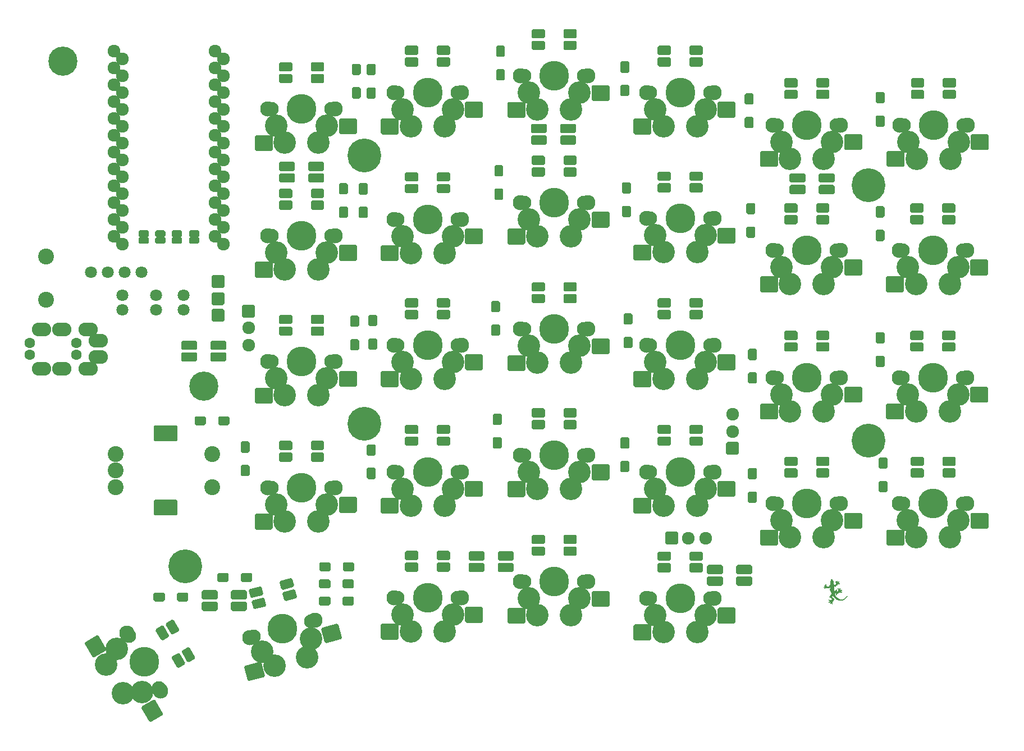
<source format=gbs>
G04 #@! TF.GenerationSoftware,KiCad,Pcbnew,(5.1.10-1-10_14)*
G04 #@! TF.CreationDate,2021-06-06T18:52:18-07:00*
G04 #@! TF.ProjectId,Soflyria,536f666c-7972-4696-912e-6b696361645f,rev?*
G04 #@! TF.SameCoordinates,Original*
G04 #@! TF.FileFunction,Soldermask,Bot*
G04 #@! TF.FilePolarity,Negative*
%FSLAX46Y46*%
G04 Gerber Fmt 4.6, Leading zero omitted, Abs format (unit mm)*
G04 Created by KiCad (PCBNEW (5.1.10-1-10_14)) date 2021-06-06 18:52:18*
%MOMM*%
%LPD*%
G01*
G04 APERTURE LIST*
%ADD10C,0.010000*%
%ADD11C,1.924000*%
%ADD12C,3.400000*%
%ADD13C,4.500000*%
%ADD14C,2.100000*%
%ADD15C,2.300000*%
%ADD16C,4.400000*%
%ADD17C,1.797000*%
%ADD18C,2.400000*%
%ADD19C,5.100000*%
%ADD20C,1.600000*%
%ADD21O,2.900000X2.100000*%
G04 APERTURE END LIST*
D10*
G36*
X200398682Y-120904032D02*
G01*
X200370434Y-120948878D01*
X200339394Y-121018368D01*
X200325722Y-121053363D01*
X200303156Y-121109544D01*
X200282259Y-121155842D01*
X200265261Y-121187691D01*
X200254388Y-121200526D01*
X200253875Y-121200595D01*
X200242487Y-121212147D01*
X200238008Y-121243160D01*
X200238000Y-121244792D01*
X200233003Y-121286612D01*
X200220730Y-121331809D01*
X200218292Y-121338243D01*
X200209920Y-121362436D01*
X200205574Y-121387074D01*
X200205222Y-121418171D01*
X200208835Y-121461743D01*
X200216384Y-121523805D01*
X200217342Y-121531171D01*
X200236102Y-121674841D01*
X200095128Y-121859995D01*
X200050145Y-121919074D01*
X200010675Y-121970909D01*
X199979213Y-122012224D01*
X199958252Y-122039744D01*
X199950326Y-122050143D01*
X199936296Y-122050137D01*
X199904396Y-122043278D01*
X199860616Y-122031427D01*
X199810942Y-122016447D01*
X199761363Y-122000200D01*
X199717868Y-121984549D01*
X199686444Y-121971356D01*
X199674624Y-121964398D01*
X199653898Y-121938792D01*
X199629151Y-121897920D01*
X199604154Y-121849484D01*
X199582676Y-121801187D01*
X199568489Y-121760730D01*
X199564900Y-121740268D01*
X199556739Y-121711887D01*
X199537361Y-121698151D01*
X199514426Y-121703704D01*
X199510390Y-121707230D01*
X199502289Y-121725419D01*
X199511244Y-121746844D01*
X199520510Y-121774125D01*
X199526078Y-121814532D01*
X199526800Y-121834571D01*
X199523054Y-121878386D01*
X199510299Y-121902353D01*
X199486268Y-121906956D01*
X199448689Y-121892678D01*
X199398155Y-121861918D01*
X199353450Y-121832694D01*
X199324994Y-121816692D01*
X199308243Y-121812548D01*
X199298653Y-121818898D01*
X199293168Y-121830396D01*
X199291387Y-121858223D01*
X199310657Y-121872436D01*
X199323283Y-121873700D01*
X199345777Y-121883822D01*
X199373193Y-121909034D01*
X199399304Y-121941604D01*
X199417882Y-121973800D01*
X199422828Y-121997289D01*
X199409425Y-122015955D01*
X199381210Y-122036072D01*
X199346608Y-122053490D01*
X199314045Y-122064061D01*
X199291945Y-122063635D01*
X199290285Y-122062560D01*
X199268412Y-122056743D01*
X199245731Y-122064223D01*
X199234903Y-122080685D01*
X199234895Y-122081433D01*
X199243263Y-122111269D01*
X199264293Y-122121722D01*
X199283050Y-122116311D01*
X199315059Y-122106136D01*
X199355843Y-122101960D01*
X199396957Y-122103474D01*
X199429955Y-122110373D01*
X199446352Y-122122245D01*
X199442176Y-122141525D01*
X199424006Y-122169735D01*
X199397855Y-122200156D01*
X199369735Y-122226069D01*
X199345659Y-122240755D01*
X199339190Y-122242000D01*
X199326499Y-122250785D01*
X199326030Y-122270531D01*
X199335536Y-122291321D01*
X199352772Y-122303239D01*
X199353076Y-122303299D01*
X199375276Y-122297040D01*
X199382713Y-122282805D01*
X199396838Y-122266503D01*
X199428698Y-122244374D01*
X199472227Y-122219464D01*
X199521362Y-122194819D01*
X199570037Y-122173484D01*
X199612187Y-122158507D01*
X199641304Y-122152933D01*
X199664951Y-122154720D01*
X199708189Y-122159741D01*
X199765515Y-122167294D01*
X199831427Y-122176677D01*
X199854206Y-122180069D01*
X199918814Y-122189436D01*
X199973812Y-122196728D01*
X200014656Y-122201395D01*
X200036802Y-122202888D01*
X200039418Y-122202461D01*
X200047150Y-122190453D01*
X200065703Y-122160898D01*
X200092541Y-122117852D01*
X200125132Y-122065373D01*
X200135967Y-122047887D01*
X200169719Y-121994209D01*
X200198652Y-121949739D01*
X200220250Y-121918227D01*
X200231996Y-121903425D01*
X200233282Y-121902847D01*
X200233779Y-121916252D01*
X200232775Y-121951575D01*
X200230431Y-122005393D01*
X200226908Y-122074278D01*
X200222370Y-122154805D01*
X200217805Y-122230310D01*
X200197707Y-122553150D01*
X200325765Y-122798899D01*
X200362854Y-122871453D01*
X200394926Y-122936857D01*
X200420395Y-122991654D01*
X200437679Y-123032389D01*
X200445192Y-123055605D01*
X200445086Y-123059249D01*
X200435350Y-123073371D01*
X200412897Y-123104880D01*
X200379981Y-123150643D01*
X200338858Y-123207531D01*
X200291783Y-123272410D01*
X200267070Y-123306386D01*
X200218262Y-123373707D01*
X200174707Y-123434305D01*
X200138569Y-123485125D01*
X200112013Y-123523114D01*
X200097203Y-123545217D01*
X200094872Y-123549381D01*
X200103814Y-123559580D01*
X200130480Y-123582363D01*
X200171993Y-123615460D01*
X200225475Y-123656601D01*
X200288047Y-123703513D01*
X200320550Y-123727476D01*
X200386842Y-123776368D01*
X200445882Y-123820442D01*
X200494696Y-123857436D01*
X200530314Y-123885088D01*
X200549763Y-123901136D01*
X200552476Y-123904032D01*
X200545229Y-123917292D01*
X200521520Y-123938562D01*
X200487225Y-123963763D01*
X200448223Y-123988821D01*
X200410392Y-124009657D01*
X200384050Y-124020839D01*
X200338164Y-124029922D01*
X200272106Y-124034321D01*
X200206250Y-124034175D01*
X200145093Y-124031721D01*
X200103724Y-124027641D01*
X200076538Y-124020895D01*
X200057930Y-124010443D01*
X200052285Y-124005604D01*
X200031698Y-123989050D01*
X200017432Y-123990003D01*
X200003929Y-124001885D01*
X199989905Y-124025517D01*
X199989620Y-124041726D01*
X199995957Y-124061187D01*
X199996700Y-124065488D01*
X200007769Y-124069205D01*
X200034469Y-124070798D01*
X200035223Y-124070800D01*
X200068523Y-124076577D01*
X200111650Y-124091359D01*
X200137607Y-124103161D01*
X200174477Y-124123540D01*
X200192957Y-124140044D01*
X200198187Y-124158357D01*
X200197510Y-124169379D01*
X200189345Y-124192615D01*
X200167546Y-124214699D01*
X200127248Y-124240414D01*
X200122502Y-124243095D01*
X200079605Y-124265607D01*
X200040828Y-124283330D01*
X200019128Y-124291067D01*
X199988914Y-124307217D01*
X199976520Y-124331960D01*
X199985336Y-124358159D01*
X200010264Y-124373852D01*
X200036412Y-124371340D01*
X200053396Y-124351630D01*
X200053420Y-124351557D01*
X200065561Y-124335989D01*
X200093766Y-124323518D01*
X200142650Y-124312119D01*
X200143811Y-124311899D01*
X200188800Y-124304096D01*
X200215854Y-124302285D01*
X200231851Y-124307023D01*
X200243666Y-124318867D01*
X200244582Y-124320067D01*
X200256588Y-124339540D01*
X200261914Y-124361828D01*
X200261224Y-124394397D01*
X200255471Y-124442609D01*
X200246295Y-124483200D01*
X200231566Y-124503337D01*
X200223693Y-124506700D01*
X200207346Y-124516329D01*
X200208827Y-124537066D01*
X200210780Y-124542693D01*
X200229482Y-124569723D01*
X200253416Y-124577086D01*
X200274892Y-124564570D01*
X200284142Y-124544699D01*
X200294467Y-124512443D01*
X200311004Y-124469388D01*
X200321801Y-124443925D01*
X200343506Y-124402148D01*
X200364600Y-124379869D01*
X200383093Y-124372674D01*
X200401062Y-124371182D01*
X200413576Y-124378440D01*
X200424448Y-124399456D01*
X200437491Y-124439235D01*
X200439923Y-124447305D01*
X200451485Y-124493116D01*
X200457604Y-124532470D01*
X200457219Y-124554780D01*
X200459364Y-124582634D01*
X200477007Y-124599417D01*
X200501559Y-124602110D01*
X200524427Y-124587697D01*
X200529387Y-124580133D01*
X200534642Y-124555782D01*
X200522148Y-124539370D01*
X200513189Y-124528222D01*
X200508115Y-124509795D01*
X200506549Y-124479159D01*
X200508114Y-124431383D01*
X200510631Y-124388811D01*
X200514137Y-124338646D01*
X200518783Y-124298358D01*
X200526652Y-124263756D01*
X200539827Y-124230648D01*
X200560389Y-124194843D01*
X200590422Y-124152149D01*
X200632009Y-124098374D01*
X200687233Y-124029327D01*
X200692522Y-124022744D01*
X200724207Y-123984556D01*
X200748419Y-123955072D01*
X200763940Y-123931175D01*
X200769555Y-123909746D01*
X200764048Y-123887667D01*
X200746202Y-123861818D01*
X200714802Y-123829081D01*
X200668632Y-123786338D01*
X200606475Y-123730471D01*
X200563352Y-123691490D01*
X200387054Y-123531215D01*
X200492117Y-123432707D01*
X200534554Y-123393541D01*
X200570210Y-123361801D01*
X200595078Y-123340976D01*
X200604916Y-123334448D01*
X200614460Y-123344630D01*
X200634102Y-123371920D01*
X200660673Y-123411764D01*
X200682034Y-123445224D01*
X200741092Y-123528294D01*
X200815742Y-123616610D01*
X200899314Y-123703183D01*
X200985140Y-123781026D01*
X201052686Y-123833560D01*
X201122406Y-123877960D01*
X201205824Y-123923371D01*
X201294379Y-123965697D01*
X201379512Y-124000837D01*
X201450850Y-124024214D01*
X201536598Y-124042799D01*
X201633428Y-124056921D01*
X201731482Y-124065588D01*
X201820897Y-124067808D01*
X201864133Y-124065816D01*
X202016028Y-124040813D01*
X202162582Y-123992030D01*
X202301703Y-123920877D01*
X202431298Y-123828765D01*
X202549276Y-123717106D01*
X202653546Y-123587309D01*
X202713517Y-123492950D01*
X202742790Y-123442150D01*
X202707554Y-123486600D01*
X202664556Y-123536400D01*
X202609239Y-123594071D01*
X202547225Y-123654340D01*
X202484138Y-123711931D01*
X202425601Y-123761569D01*
X202377237Y-123797981D01*
X202371600Y-123801721D01*
X202245176Y-123870651D01*
X202112029Y-123918911D01*
X201975949Y-123945852D01*
X201840726Y-123950823D01*
X201710149Y-123933173D01*
X201669045Y-123922369D01*
X201589275Y-123893860D01*
X201499007Y-123853771D01*
X201407416Y-123806592D01*
X201323675Y-123756812D01*
X201303663Y-123743550D01*
X201235204Y-123693689D01*
X201173883Y-123641145D01*
X201116659Y-123582288D01*
X201060488Y-123513490D01*
X201002330Y-123431122D01*
X200939141Y-123331556D01*
X200891846Y-123252344D01*
X200817800Y-123126039D01*
X200937475Y-123014936D01*
X200982251Y-122974694D01*
X201019949Y-122943325D01*
X201047049Y-122923572D01*
X201060033Y-122918175D01*
X201060612Y-122918991D01*
X201063064Y-122936795D01*
X201067286Y-122974592D01*
X201072716Y-123027084D01*
X201078788Y-123088971D01*
X201079662Y-123098129D01*
X201095250Y-123262109D01*
X201299052Y-123065576D01*
X201368065Y-122999500D01*
X201422106Y-122949121D01*
X201464080Y-122912089D01*
X201496893Y-122886058D01*
X201523450Y-122868680D01*
X201546657Y-122857608D01*
X201563249Y-122852132D01*
X201608900Y-122844084D01*
X201665441Y-122840868D01*
X201725859Y-122842064D01*
X201783143Y-122847253D01*
X201830281Y-122856016D01*
X201860263Y-122867934D01*
X201862931Y-122870043D01*
X201883564Y-122882646D01*
X201904041Y-122875093D01*
X201907144Y-122872883D01*
X201924869Y-122848751D01*
X201922059Y-122824377D01*
X201901259Y-122808520D01*
X201887849Y-122806509D01*
X201857992Y-122801155D01*
X201817757Y-122788243D01*
X201775521Y-122771207D01*
X201739660Y-122753477D01*
X201718549Y-122738486D01*
X201717079Y-122736536D01*
X201711706Y-122706468D01*
X201731487Y-122674683D01*
X201776246Y-122641400D01*
X201802846Y-122626828D01*
X201846133Y-122605441D01*
X201882810Y-122588466D01*
X201904875Y-122579602D01*
X201923089Y-122563337D01*
X201925620Y-122536868D01*
X201911860Y-122511239D01*
X201886202Y-122496845D01*
X201865284Y-122505471D01*
X201857715Y-122519935D01*
X201842035Y-122537818D01*
X201805346Y-122554069D01*
X201771134Y-122563859D01*
X201727794Y-122574226D01*
X201701505Y-122577600D01*
X201684810Y-122573658D01*
X201670251Y-122562075D01*
X201667477Y-122559347D01*
X201650729Y-122527710D01*
X201644282Y-122483250D01*
X201647785Y-122436065D01*
X201660888Y-122396249D01*
X201673713Y-122379664D01*
X201695731Y-122350124D01*
X201693593Y-122321306D01*
X201684730Y-122309509D01*
X201662197Y-122300544D01*
X201637720Y-122306461D01*
X201623057Y-122323549D01*
X201622302Y-122329206D01*
X201617439Y-122350947D01*
X201604716Y-122387628D01*
X201587726Y-122429325D01*
X201567687Y-122472297D01*
X201551789Y-122496435D01*
X201535673Y-122506838D01*
X201519885Y-122508700D01*
X201500593Y-122506006D01*
X201486971Y-122494183D01*
X201474837Y-122467615D01*
X201463835Y-122433438D01*
X201452711Y-122388956D01*
X201447255Y-122350878D01*
X201447978Y-122331672D01*
X201445173Y-122304694D01*
X201426489Y-122288385D01*
X201400696Y-122287270D01*
X201382942Y-122298115D01*
X201369497Y-122318616D01*
X201376492Y-122341045D01*
X201378074Y-122343632D01*
X201386015Y-122370301D01*
X201391323Y-122418609D01*
X201393631Y-122484894D01*
X201393700Y-122500131D01*
X201393700Y-122631608D01*
X201295542Y-122767758D01*
X201259737Y-122817889D01*
X201232930Y-122853877D01*
X201213377Y-122874241D01*
X201199338Y-122877498D01*
X201189070Y-122862168D01*
X201180831Y-122826767D01*
X201172880Y-122769814D01*
X201163474Y-122689826D01*
X201158977Y-122651575D01*
X201150573Y-122584901D01*
X201142524Y-122528172D01*
X201135513Y-122485697D01*
X201130224Y-122461783D01*
X201128292Y-122458104D01*
X201116972Y-122466297D01*
X201089830Y-122489038D01*
X201049816Y-122523761D01*
X200999878Y-122567903D01*
X200942965Y-122618897D01*
X200931185Y-122629530D01*
X200873615Y-122681288D01*
X200822808Y-122726453D01*
X200781619Y-122762530D01*
X200752903Y-122787023D01*
X200739515Y-122797436D01*
X200738917Y-122797601D01*
X200738669Y-122784505D01*
X200739909Y-122750703D01*
X200742419Y-122700832D01*
X200745982Y-122639527D01*
X200747411Y-122616650D01*
X200750971Y-122548195D01*
X200752378Y-122483160D01*
X200751458Y-122415824D01*
X200748035Y-122340471D01*
X200741936Y-122251382D01*
X200732984Y-122142839D01*
X200732899Y-122141862D01*
X200725780Y-122057940D01*
X200719745Y-121982878D01*
X200715052Y-121920233D01*
X200711960Y-121873560D01*
X200710727Y-121846417D01*
X200711012Y-121840954D01*
X200722911Y-121845274D01*
X200752534Y-121859906D01*
X200795527Y-121882606D01*
X200847535Y-121911130D01*
X200852083Y-121913667D01*
X200904551Y-121942523D01*
X200948275Y-121965695D01*
X200978931Y-121980956D01*
X200992197Y-121986078D01*
X200992384Y-121985975D01*
X201012673Y-121960222D01*
X201044600Y-121922131D01*
X201084851Y-121875416D01*
X201130114Y-121823791D01*
X201177074Y-121770970D01*
X201222420Y-121720667D01*
X201262837Y-121676596D01*
X201295012Y-121642470D01*
X201315633Y-121622004D01*
X201320628Y-121618026D01*
X201363934Y-121598180D01*
X201414328Y-121580003D01*
X201464920Y-121565384D01*
X201508821Y-121556210D01*
X201539143Y-121554370D01*
X201546142Y-121556222D01*
X201571121Y-121558383D01*
X201589990Y-121543098D01*
X201594323Y-121518218D01*
X201592724Y-121512834D01*
X201583761Y-121503451D01*
X201562816Y-121499194D01*
X201524833Y-121499504D01*
X201491626Y-121501660D01*
X201443423Y-121504864D01*
X201414705Y-121504548D01*
X201399653Y-121499407D01*
X201392447Y-121488136D01*
X201389706Y-121478797D01*
X201388787Y-121450641D01*
X201402215Y-121419205D01*
X201432369Y-121380287D01*
X201464694Y-121346352D01*
X201493510Y-121310940D01*
X201502254Y-121283914D01*
X201490760Y-121267707D01*
X201470299Y-121264100D01*
X201448594Y-121272952D01*
X201444478Y-121286325D01*
X201433728Y-121307368D01*
X201406809Y-121331479D01*
X201371663Y-121353735D01*
X201336235Y-121369215D01*
X201308464Y-121373000D01*
X201305673Y-121372326D01*
X201285541Y-121354677D01*
X201268212Y-121321074D01*
X201256625Y-121280960D01*
X201253722Y-121243780D01*
X201259225Y-121223141D01*
X201265240Y-121198657D01*
X201257711Y-121186530D01*
X201234824Y-121176958D01*
X201214085Y-121186782D01*
X201204517Y-121210944D01*
X201204663Y-121216273D01*
X201205747Y-121245843D01*
X201205672Y-121288178D01*
X201205176Y-121310243D01*
X201202076Y-121350675D01*
X201194331Y-121372301D01*
X201179545Y-121381617D01*
X201178767Y-121381826D01*
X201156212Y-121376149D01*
X201128007Y-121353866D01*
X201099873Y-121321085D01*
X201077534Y-121283913D01*
X201070565Y-121266350D01*
X201055069Y-121243779D01*
X201033964Y-121241134D01*
X201010547Y-121252634D01*
X201002679Y-121272096D01*
X201012457Y-121290056D01*
X201022070Y-121294792D01*
X201036615Y-121309956D01*
X201054483Y-121343496D01*
X201073371Y-121389017D01*
X201090975Y-121440127D01*
X201104991Y-121490432D01*
X201113115Y-121533538D01*
X201114248Y-121550606D01*
X201106347Y-121582520D01*
X201083771Y-121630604D01*
X201048112Y-121691517D01*
X201043770Y-121698371D01*
X200973345Y-121808792D01*
X200837448Y-121737703D01*
X200783962Y-121709472D01*
X200738738Y-121685129D01*
X200706536Y-121667270D01*
X200692119Y-121658489D01*
X200692111Y-121658482D01*
X200689221Y-121643248D01*
X200688666Y-121608246D01*
X200690395Y-121558997D01*
X200693489Y-121511748D01*
X200697900Y-121447974D01*
X200699095Y-121403072D01*
X200696653Y-121370671D01*
X200690156Y-121344398D01*
X200680982Y-121321798D01*
X200666004Y-121279579D01*
X200657856Y-121238687D01*
X200657379Y-121230106D01*
X200651030Y-121196906D01*
X200637070Y-121185656D01*
X200623731Y-121172905D01*
X200603123Y-121141243D01*
X200577912Y-121095136D01*
X200554984Y-121048200D01*
X200516293Y-120970369D01*
X200482944Y-120917000D01*
X200453310Y-120888130D01*
X200425765Y-120883795D01*
X200398682Y-120904032D01*
G37*
X200398682Y-120904032D02*
X200370434Y-120948878D01*
X200339394Y-121018368D01*
X200325722Y-121053363D01*
X200303156Y-121109544D01*
X200282259Y-121155842D01*
X200265261Y-121187691D01*
X200254388Y-121200526D01*
X200253875Y-121200595D01*
X200242487Y-121212147D01*
X200238008Y-121243160D01*
X200238000Y-121244792D01*
X200233003Y-121286612D01*
X200220730Y-121331809D01*
X200218292Y-121338243D01*
X200209920Y-121362436D01*
X200205574Y-121387074D01*
X200205222Y-121418171D01*
X200208835Y-121461743D01*
X200216384Y-121523805D01*
X200217342Y-121531171D01*
X200236102Y-121674841D01*
X200095128Y-121859995D01*
X200050145Y-121919074D01*
X200010675Y-121970909D01*
X199979213Y-122012224D01*
X199958252Y-122039744D01*
X199950326Y-122050143D01*
X199936296Y-122050137D01*
X199904396Y-122043278D01*
X199860616Y-122031427D01*
X199810942Y-122016447D01*
X199761363Y-122000200D01*
X199717868Y-121984549D01*
X199686444Y-121971356D01*
X199674624Y-121964398D01*
X199653898Y-121938792D01*
X199629151Y-121897920D01*
X199604154Y-121849484D01*
X199582676Y-121801187D01*
X199568489Y-121760730D01*
X199564900Y-121740268D01*
X199556739Y-121711887D01*
X199537361Y-121698151D01*
X199514426Y-121703704D01*
X199510390Y-121707230D01*
X199502289Y-121725419D01*
X199511244Y-121746844D01*
X199520510Y-121774125D01*
X199526078Y-121814532D01*
X199526800Y-121834571D01*
X199523054Y-121878386D01*
X199510299Y-121902353D01*
X199486268Y-121906956D01*
X199448689Y-121892678D01*
X199398155Y-121861918D01*
X199353450Y-121832694D01*
X199324994Y-121816692D01*
X199308243Y-121812548D01*
X199298653Y-121818898D01*
X199293168Y-121830396D01*
X199291387Y-121858223D01*
X199310657Y-121872436D01*
X199323283Y-121873700D01*
X199345777Y-121883822D01*
X199373193Y-121909034D01*
X199399304Y-121941604D01*
X199417882Y-121973800D01*
X199422828Y-121997289D01*
X199409425Y-122015955D01*
X199381210Y-122036072D01*
X199346608Y-122053490D01*
X199314045Y-122064061D01*
X199291945Y-122063635D01*
X199290285Y-122062560D01*
X199268412Y-122056743D01*
X199245731Y-122064223D01*
X199234903Y-122080685D01*
X199234895Y-122081433D01*
X199243263Y-122111269D01*
X199264293Y-122121722D01*
X199283050Y-122116311D01*
X199315059Y-122106136D01*
X199355843Y-122101960D01*
X199396957Y-122103474D01*
X199429955Y-122110373D01*
X199446352Y-122122245D01*
X199442176Y-122141525D01*
X199424006Y-122169735D01*
X199397855Y-122200156D01*
X199369735Y-122226069D01*
X199345659Y-122240755D01*
X199339190Y-122242000D01*
X199326499Y-122250785D01*
X199326030Y-122270531D01*
X199335536Y-122291321D01*
X199352772Y-122303239D01*
X199353076Y-122303299D01*
X199375276Y-122297040D01*
X199382713Y-122282805D01*
X199396838Y-122266503D01*
X199428698Y-122244374D01*
X199472227Y-122219464D01*
X199521362Y-122194819D01*
X199570037Y-122173484D01*
X199612187Y-122158507D01*
X199641304Y-122152933D01*
X199664951Y-122154720D01*
X199708189Y-122159741D01*
X199765515Y-122167294D01*
X199831427Y-122176677D01*
X199854206Y-122180069D01*
X199918814Y-122189436D01*
X199973812Y-122196728D01*
X200014656Y-122201395D01*
X200036802Y-122202888D01*
X200039418Y-122202461D01*
X200047150Y-122190453D01*
X200065703Y-122160898D01*
X200092541Y-122117852D01*
X200125132Y-122065373D01*
X200135967Y-122047887D01*
X200169719Y-121994209D01*
X200198652Y-121949739D01*
X200220250Y-121918227D01*
X200231996Y-121903425D01*
X200233282Y-121902847D01*
X200233779Y-121916252D01*
X200232775Y-121951575D01*
X200230431Y-122005393D01*
X200226908Y-122074278D01*
X200222370Y-122154805D01*
X200217805Y-122230310D01*
X200197707Y-122553150D01*
X200325765Y-122798899D01*
X200362854Y-122871453D01*
X200394926Y-122936857D01*
X200420395Y-122991654D01*
X200437679Y-123032389D01*
X200445192Y-123055605D01*
X200445086Y-123059249D01*
X200435350Y-123073371D01*
X200412897Y-123104880D01*
X200379981Y-123150643D01*
X200338858Y-123207531D01*
X200291783Y-123272410D01*
X200267070Y-123306386D01*
X200218262Y-123373707D01*
X200174707Y-123434305D01*
X200138569Y-123485125D01*
X200112013Y-123523114D01*
X200097203Y-123545217D01*
X200094872Y-123549381D01*
X200103814Y-123559580D01*
X200130480Y-123582363D01*
X200171993Y-123615460D01*
X200225475Y-123656601D01*
X200288047Y-123703513D01*
X200320550Y-123727476D01*
X200386842Y-123776368D01*
X200445882Y-123820442D01*
X200494696Y-123857436D01*
X200530314Y-123885088D01*
X200549763Y-123901136D01*
X200552476Y-123904032D01*
X200545229Y-123917292D01*
X200521520Y-123938562D01*
X200487225Y-123963763D01*
X200448223Y-123988821D01*
X200410392Y-124009657D01*
X200384050Y-124020839D01*
X200338164Y-124029922D01*
X200272106Y-124034321D01*
X200206250Y-124034175D01*
X200145093Y-124031721D01*
X200103724Y-124027641D01*
X200076538Y-124020895D01*
X200057930Y-124010443D01*
X200052285Y-124005604D01*
X200031698Y-123989050D01*
X200017432Y-123990003D01*
X200003929Y-124001885D01*
X199989905Y-124025517D01*
X199989620Y-124041726D01*
X199995957Y-124061187D01*
X199996700Y-124065488D01*
X200007769Y-124069205D01*
X200034469Y-124070798D01*
X200035223Y-124070800D01*
X200068523Y-124076577D01*
X200111650Y-124091359D01*
X200137607Y-124103161D01*
X200174477Y-124123540D01*
X200192957Y-124140044D01*
X200198187Y-124158357D01*
X200197510Y-124169379D01*
X200189345Y-124192615D01*
X200167546Y-124214699D01*
X200127248Y-124240414D01*
X200122502Y-124243095D01*
X200079605Y-124265607D01*
X200040828Y-124283330D01*
X200019128Y-124291067D01*
X199988914Y-124307217D01*
X199976520Y-124331960D01*
X199985336Y-124358159D01*
X200010264Y-124373852D01*
X200036412Y-124371340D01*
X200053396Y-124351630D01*
X200053420Y-124351557D01*
X200065561Y-124335989D01*
X200093766Y-124323518D01*
X200142650Y-124312119D01*
X200143811Y-124311899D01*
X200188800Y-124304096D01*
X200215854Y-124302285D01*
X200231851Y-124307023D01*
X200243666Y-124318867D01*
X200244582Y-124320067D01*
X200256588Y-124339540D01*
X200261914Y-124361828D01*
X200261224Y-124394397D01*
X200255471Y-124442609D01*
X200246295Y-124483200D01*
X200231566Y-124503337D01*
X200223693Y-124506700D01*
X200207346Y-124516329D01*
X200208827Y-124537066D01*
X200210780Y-124542693D01*
X200229482Y-124569723D01*
X200253416Y-124577086D01*
X200274892Y-124564570D01*
X200284142Y-124544699D01*
X200294467Y-124512443D01*
X200311004Y-124469388D01*
X200321801Y-124443925D01*
X200343506Y-124402148D01*
X200364600Y-124379869D01*
X200383093Y-124372674D01*
X200401062Y-124371182D01*
X200413576Y-124378440D01*
X200424448Y-124399456D01*
X200437491Y-124439235D01*
X200439923Y-124447305D01*
X200451485Y-124493116D01*
X200457604Y-124532470D01*
X200457219Y-124554780D01*
X200459364Y-124582634D01*
X200477007Y-124599417D01*
X200501559Y-124602110D01*
X200524427Y-124587697D01*
X200529387Y-124580133D01*
X200534642Y-124555782D01*
X200522148Y-124539370D01*
X200513189Y-124528222D01*
X200508115Y-124509795D01*
X200506549Y-124479159D01*
X200508114Y-124431383D01*
X200510631Y-124388811D01*
X200514137Y-124338646D01*
X200518783Y-124298358D01*
X200526652Y-124263756D01*
X200539827Y-124230648D01*
X200560389Y-124194843D01*
X200590422Y-124152149D01*
X200632009Y-124098374D01*
X200687233Y-124029327D01*
X200692522Y-124022744D01*
X200724207Y-123984556D01*
X200748419Y-123955072D01*
X200763940Y-123931175D01*
X200769555Y-123909746D01*
X200764048Y-123887667D01*
X200746202Y-123861818D01*
X200714802Y-123829081D01*
X200668632Y-123786338D01*
X200606475Y-123730471D01*
X200563352Y-123691490D01*
X200387054Y-123531215D01*
X200492117Y-123432707D01*
X200534554Y-123393541D01*
X200570210Y-123361801D01*
X200595078Y-123340976D01*
X200604916Y-123334448D01*
X200614460Y-123344630D01*
X200634102Y-123371920D01*
X200660673Y-123411764D01*
X200682034Y-123445224D01*
X200741092Y-123528294D01*
X200815742Y-123616610D01*
X200899314Y-123703183D01*
X200985140Y-123781026D01*
X201052686Y-123833560D01*
X201122406Y-123877960D01*
X201205824Y-123923371D01*
X201294379Y-123965697D01*
X201379512Y-124000837D01*
X201450850Y-124024214D01*
X201536598Y-124042799D01*
X201633428Y-124056921D01*
X201731482Y-124065588D01*
X201820897Y-124067808D01*
X201864133Y-124065816D01*
X202016028Y-124040813D01*
X202162582Y-123992030D01*
X202301703Y-123920877D01*
X202431298Y-123828765D01*
X202549276Y-123717106D01*
X202653546Y-123587309D01*
X202713517Y-123492950D01*
X202742790Y-123442150D01*
X202707554Y-123486600D01*
X202664556Y-123536400D01*
X202609239Y-123594071D01*
X202547225Y-123654340D01*
X202484138Y-123711931D01*
X202425601Y-123761569D01*
X202377237Y-123797981D01*
X202371600Y-123801721D01*
X202245176Y-123870651D01*
X202112029Y-123918911D01*
X201975949Y-123945852D01*
X201840726Y-123950823D01*
X201710149Y-123933173D01*
X201669045Y-123922369D01*
X201589275Y-123893860D01*
X201499007Y-123853771D01*
X201407416Y-123806592D01*
X201323675Y-123756812D01*
X201303663Y-123743550D01*
X201235204Y-123693689D01*
X201173883Y-123641145D01*
X201116659Y-123582288D01*
X201060488Y-123513490D01*
X201002330Y-123431122D01*
X200939141Y-123331556D01*
X200891846Y-123252344D01*
X200817800Y-123126039D01*
X200937475Y-123014936D01*
X200982251Y-122974694D01*
X201019949Y-122943325D01*
X201047049Y-122923572D01*
X201060033Y-122918175D01*
X201060612Y-122918991D01*
X201063064Y-122936795D01*
X201067286Y-122974592D01*
X201072716Y-123027084D01*
X201078788Y-123088971D01*
X201079662Y-123098129D01*
X201095250Y-123262109D01*
X201299052Y-123065576D01*
X201368065Y-122999500D01*
X201422106Y-122949121D01*
X201464080Y-122912089D01*
X201496893Y-122886058D01*
X201523450Y-122868680D01*
X201546657Y-122857608D01*
X201563249Y-122852132D01*
X201608900Y-122844084D01*
X201665441Y-122840868D01*
X201725859Y-122842064D01*
X201783143Y-122847253D01*
X201830281Y-122856016D01*
X201860263Y-122867934D01*
X201862931Y-122870043D01*
X201883564Y-122882646D01*
X201904041Y-122875093D01*
X201907144Y-122872883D01*
X201924869Y-122848751D01*
X201922059Y-122824377D01*
X201901259Y-122808520D01*
X201887849Y-122806509D01*
X201857992Y-122801155D01*
X201817757Y-122788243D01*
X201775521Y-122771207D01*
X201739660Y-122753477D01*
X201718549Y-122738486D01*
X201717079Y-122736536D01*
X201711706Y-122706468D01*
X201731487Y-122674683D01*
X201776246Y-122641400D01*
X201802846Y-122626828D01*
X201846133Y-122605441D01*
X201882810Y-122588466D01*
X201904875Y-122579602D01*
X201923089Y-122563337D01*
X201925620Y-122536868D01*
X201911860Y-122511239D01*
X201886202Y-122496845D01*
X201865284Y-122505471D01*
X201857715Y-122519935D01*
X201842035Y-122537818D01*
X201805346Y-122554069D01*
X201771134Y-122563859D01*
X201727794Y-122574226D01*
X201701505Y-122577600D01*
X201684810Y-122573658D01*
X201670251Y-122562075D01*
X201667477Y-122559347D01*
X201650729Y-122527710D01*
X201644282Y-122483250D01*
X201647785Y-122436065D01*
X201660888Y-122396249D01*
X201673713Y-122379664D01*
X201695731Y-122350124D01*
X201693593Y-122321306D01*
X201684730Y-122309509D01*
X201662197Y-122300544D01*
X201637720Y-122306461D01*
X201623057Y-122323549D01*
X201622302Y-122329206D01*
X201617439Y-122350947D01*
X201604716Y-122387628D01*
X201587726Y-122429325D01*
X201567687Y-122472297D01*
X201551789Y-122496435D01*
X201535673Y-122506838D01*
X201519885Y-122508700D01*
X201500593Y-122506006D01*
X201486971Y-122494183D01*
X201474837Y-122467615D01*
X201463835Y-122433438D01*
X201452711Y-122388956D01*
X201447255Y-122350878D01*
X201447978Y-122331672D01*
X201445173Y-122304694D01*
X201426489Y-122288385D01*
X201400696Y-122287270D01*
X201382942Y-122298115D01*
X201369497Y-122318616D01*
X201376492Y-122341045D01*
X201378074Y-122343632D01*
X201386015Y-122370301D01*
X201391323Y-122418609D01*
X201393631Y-122484894D01*
X201393700Y-122500131D01*
X201393700Y-122631608D01*
X201295542Y-122767758D01*
X201259737Y-122817889D01*
X201232930Y-122853877D01*
X201213377Y-122874241D01*
X201199338Y-122877498D01*
X201189070Y-122862168D01*
X201180831Y-122826767D01*
X201172880Y-122769814D01*
X201163474Y-122689826D01*
X201158977Y-122651575D01*
X201150573Y-122584901D01*
X201142524Y-122528172D01*
X201135513Y-122485697D01*
X201130224Y-122461783D01*
X201128292Y-122458104D01*
X201116972Y-122466297D01*
X201089830Y-122489038D01*
X201049816Y-122523761D01*
X200999878Y-122567903D01*
X200942965Y-122618897D01*
X200931185Y-122629530D01*
X200873615Y-122681288D01*
X200822808Y-122726453D01*
X200781619Y-122762530D01*
X200752903Y-122787023D01*
X200739515Y-122797436D01*
X200738917Y-122797601D01*
X200738669Y-122784505D01*
X200739909Y-122750703D01*
X200742419Y-122700832D01*
X200745982Y-122639527D01*
X200747411Y-122616650D01*
X200750971Y-122548195D01*
X200752378Y-122483160D01*
X200751458Y-122415824D01*
X200748035Y-122340471D01*
X200741936Y-122251382D01*
X200732984Y-122142839D01*
X200732899Y-122141862D01*
X200725780Y-122057940D01*
X200719745Y-121982878D01*
X200715052Y-121920233D01*
X200711960Y-121873560D01*
X200710727Y-121846417D01*
X200711012Y-121840954D01*
X200722911Y-121845274D01*
X200752534Y-121859906D01*
X200795527Y-121882606D01*
X200847535Y-121911130D01*
X200852083Y-121913667D01*
X200904551Y-121942523D01*
X200948275Y-121965695D01*
X200978931Y-121980956D01*
X200992197Y-121986078D01*
X200992384Y-121985975D01*
X201012673Y-121960222D01*
X201044600Y-121922131D01*
X201084851Y-121875416D01*
X201130114Y-121823791D01*
X201177074Y-121770970D01*
X201222420Y-121720667D01*
X201262837Y-121676596D01*
X201295012Y-121642470D01*
X201315633Y-121622004D01*
X201320628Y-121618026D01*
X201363934Y-121598180D01*
X201414328Y-121580003D01*
X201464920Y-121565384D01*
X201508821Y-121556210D01*
X201539143Y-121554370D01*
X201546142Y-121556222D01*
X201571121Y-121558383D01*
X201589990Y-121543098D01*
X201594323Y-121518218D01*
X201592724Y-121512834D01*
X201583761Y-121503451D01*
X201562816Y-121499194D01*
X201524833Y-121499504D01*
X201491626Y-121501660D01*
X201443423Y-121504864D01*
X201414705Y-121504548D01*
X201399653Y-121499407D01*
X201392447Y-121488136D01*
X201389706Y-121478797D01*
X201388787Y-121450641D01*
X201402215Y-121419205D01*
X201432369Y-121380287D01*
X201464694Y-121346352D01*
X201493510Y-121310940D01*
X201502254Y-121283914D01*
X201490760Y-121267707D01*
X201470299Y-121264100D01*
X201448594Y-121272952D01*
X201444478Y-121286325D01*
X201433728Y-121307368D01*
X201406809Y-121331479D01*
X201371663Y-121353735D01*
X201336235Y-121369215D01*
X201308464Y-121373000D01*
X201305673Y-121372326D01*
X201285541Y-121354677D01*
X201268212Y-121321074D01*
X201256625Y-121280960D01*
X201253722Y-121243780D01*
X201259225Y-121223141D01*
X201265240Y-121198657D01*
X201257711Y-121186530D01*
X201234824Y-121176958D01*
X201214085Y-121186782D01*
X201204517Y-121210944D01*
X201204663Y-121216273D01*
X201205747Y-121245843D01*
X201205672Y-121288178D01*
X201205176Y-121310243D01*
X201202076Y-121350675D01*
X201194331Y-121372301D01*
X201179545Y-121381617D01*
X201178767Y-121381826D01*
X201156212Y-121376149D01*
X201128007Y-121353866D01*
X201099873Y-121321085D01*
X201077534Y-121283913D01*
X201070565Y-121266350D01*
X201055069Y-121243779D01*
X201033964Y-121241134D01*
X201010547Y-121252634D01*
X201002679Y-121272096D01*
X201012457Y-121290056D01*
X201022070Y-121294792D01*
X201036615Y-121309956D01*
X201054483Y-121343496D01*
X201073371Y-121389017D01*
X201090975Y-121440127D01*
X201104991Y-121490432D01*
X201113115Y-121533538D01*
X201114248Y-121550606D01*
X201106347Y-121582520D01*
X201083771Y-121630604D01*
X201048112Y-121691517D01*
X201043770Y-121698371D01*
X200973345Y-121808792D01*
X200837448Y-121737703D01*
X200783962Y-121709472D01*
X200738738Y-121685129D01*
X200706536Y-121667270D01*
X200692119Y-121658489D01*
X200692111Y-121658482D01*
X200689221Y-121643248D01*
X200688666Y-121608246D01*
X200690395Y-121558997D01*
X200693489Y-121511748D01*
X200697900Y-121447974D01*
X200699095Y-121403072D01*
X200696653Y-121370671D01*
X200690156Y-121344398D01*
X200680982Y-121321798D01*
X200666004Y-121279579D01*
X200657856Y-121238687D01*
X200657379Y-121230106D01*
X200651030Y-121196906D01*
X200637070Y-121185656D01*
X200623731Y-121172905D01*
X200603123Y-121141243D01*
X200577912Y-121095136D01*
X200554984Y-121048200D01*
X200516293Y-120970369D01*
X200482944Y-120917000D01*
X200453310Y-120888130D01*
X200425765Y-120883795D01*
X200398682Y-120904032D01*
G36*
G01*
X105450000Y-123755000D02*
X105450000Y-122755000D01*
G75*
G02*
X105650000Y-122555000I200000J0D01*
G01*
X107650000Y-122555000D01*
G75*
G02*
X107850000Y-122755000I0J-200000D01*
G01*
X107850000Y-123755000D01*
G75*
G02*
X107650000Y-123955000I-200000J0D01*
G01*
X105650000Y-123955000D01*
G75*
G02*
X105450000Y-123755000I0J200000D01*
G01*
G37*
G36*
G01*
X105450000Y-125505000D02*
X105450000Y-124505000D01*
G75*
G02*
X105650000Y-124305000I200000J0D01*
G01*
X107650000Y-124305000D01*
G75*
G02*
X107850000Y-124505000I0J-200000D01*
G01*
X107850000Y-125505000D01*
G75*
G02*
X107650000Y-125705000I-200000J0D01*
G01*
X105650000Y-125705000D01*
G75*
G02*
X105450000Y-125505000I0J200000D01*
G01*
G37*
G36*
G01*
X109850000Y-125505000D02*
X109850000Y-124505000D01*
G75*
G02*
X110050000Y-124305000I200000J0D01*
G01*
X112050000Y-124305000D01*
G75*
G02*
X112250000Y-124505000I0J-200000D01*
G01*
X112250000Y-125505000D01*
G75*
G02*
X112050000Y-125705000I-200000J0D01*
G01*
X110050000Y-125705000D01*
G75*
G02*
X109850000Y-125505000I0J200000D01*
G01*
G37*
G36*
G01*
X109850000Y-123755000D02*
X109850000Y-122755000D01*
G75*
G02*
X110050000Y-122555000I200000J0D01*
G01*
X112050000Y-122555000D01*
G75*
G02*
X112250000Y-122755000I0J-200000D01*
G01*
X112250000Y-123755000D01*
G75*
G02*
X112050000Y-123955000I-200000J0D01*
G01*
X110050000Y-123955000D01*
G75*
G02*
X109850000Y-123755000I0J200000D01*
G01*
G37*
G36*
G01*
X123900000Y-59875000D02*
X123900000Y-60875000D01*
G75*
G02*
X123700000Y-61075000I-200000J0D01*
G01*
X121700000Y-61075000D01*
G75*
G02*
X121500000Y-60875000I0J200000D01*
G01*
X121500000Y-59875000D01*
G75*
G02*
X121700000Y-59675000I200000J0D01*
G01*
X123700000Y-59675000D01*
G75*
G02*
X123900000Y-59875000I0J-200000D01*
G01*
G37*
G36*
G01*
X123900000Y-58125000D02*
X123900000Y-59125000D01*
G75*
G02*
X123700000Y-59325000I-200000J0D01*
G01*
X121700000Y-59325000D01*
G75*
G02*
X121500000Y-59125000I0J200000D01*
G01*
X121500000Y-58125000D01*
G75*
G02*
X121700000Y-57925000I200000J0D01*
G01*
X123700000Y-57925000D01*
G75*
G02*
X123900000Y-58125000I0J-200000D01*
G01*
G37*
G36*
G01*
X119500000Y-58125000D02*
X119500000Y-59125000D01*
G75*
G02*
X119300000Y-59325000I-200000J0D01*
G01*
X117300000Y-59325000D01*
G75*
G02*
X117100000Y-59125000I0J200000D01*
G01*
X117100000Y-58125000D01*
G75*
G02*
X117300000Y-57925000I200000J0D01*
G01*
X119300000Y-57925000D01*
G75*
G02*
X119500000Y-58125000I0J-200000D01*
G01*
G37*
G36*
G01*
X119500000Y-59875000D02*
X119500000Y-60875000D01*
G75*
G02*
X119300000Y-61075000I-200000J0D01*
G01*
X117300000Y-61075000D01*
G75*
G02*
X117100000Y-60875000I0J200000D01*
G01*
X117100000Y-59875000D01*
G75*
G02*
X117300000Y-59675000I200000J0D01*
G01*
X119300000Y-59675000D01*
G75*
G02*
X119500000Y-59875000I0J-200000D01*
G01*
G37*
G36*
G01*
X155100000Y-53415000D02*
X155100000Y-52415000D01*
G75*
G02*
X155300000Y-52215000I200000J0D01*
G01*
X157300000Y-52215000D01*
G75*
G02*
X157500000Y-52415000I0J-200000D01*
G01*
X157500000Y-53415000D01*
G75*
G02*
X157300000Y-53615000I-200000J0D01*
G01*
X155300000Y-53615000D01*
G75*
G02*
X155100000Y-53415000I0J200000D01*
G01*
G37*
G36*
G01*
X155100000Y-55165000D02*
X155100000Y-54165000D01*
G75*
G02*
X155300000Y-53965000I200000J0D01*
G01*
X157300000Y-53965000D01*
G75*
G02*
X157500000Y-54165000I0J-200000D01*
G01*
X157500000Y-55165000D01*
G75*
G02*
X157300000Y-55365000I-200000J0D01*
G01*
X155300000Y-55365000D01*
G75*
G02*
X155100000Y-55165000I0J200000D01*
G01*
G37*
G36*
G01*
X159500000Y-55165000D02*
X159500000Y-54165000D01*
G75*
G02*
X159700000Y-53965000I200000J0D01*
G01*
X161700000Y-53965000D01*
G75*
G02*
X161900000Y-54165000I0J-200000D01*
G01*
X161900000Y-55165000D01*
G75*
G02*
X161700000Y-55365000I-200000J0D01*
G01*
X159700000Y-55365000D01*
G75*
G02*
X159500000Y-55165000I0J200000D01*
G01*
G37*
G36*
G01*
X159500000Y-53415000D02*
X159500000Y-52415000D01*
G75*
G02*
X159700000Y-52215000I200000J0D01*
G01*
X161700000Y-52215000D01*
G75*
G02*
X161900000Y-52415000I0J-200000D01*
G01*
X161900000Y-53415000D01*
G75*
G02*
X161700000Y-53615000I-200000J0D01*
G01*
X159700000Y-53615000D01*
G75*
G02*
X159500000Y-53415000I0J200000D01*
G01*
G37*
G36*
G01*
X200900000Y-61625000D02*
X200900000Y-62625000D01*
G75*
G02*
X200700000Y-62825000I-200000J0D01*
G01*
X198700000Y-62825000D01*
G75*
G02*
X198500000Y-62625000I0J200000D01*
G01*
X198500000Y-61625000D01*
G75*
G02*
X198700000Y-61425000I200000J0D01*
G01*
X200700000Y-61425000D01*
G75*
G02*
X200900000Y-61625000I0J-200000D01*
G01*
G37*
G36*
G01*
X200900000Y-59875000D02*
X200900000Y-60875000D01*
G75*
G02*
X200700000Y-61075000I-200000J0D01*
G01*
X198700000Y-61075000D01*
G75*
G02*
X198500000Y-60875000I0J200000D01*
G01*
X198500000Y-59875000D01*
G75*
G02*
X198700000Y-59675000I200000J0D01*
G01*
X200700000Y-59675000D01*
G75*
G02*
X200900000Y-59875000I0J-200000D01*
G01*
G37*
G36*
G01*
X196500000Y-59875000D02*
X196500000Y-60875000D01*
G75*
G02*
X196300000Y-61075000I-200000J0D01*
G01*
X194300000Y-61075000D01*
G75*
G02*
X194100000Y-60875000I0J200000D01*
G01*
X194100000Y-59875000D01*
G75*
G02*
X194300000Y-59675000I200000J0D01*
G01*
X196300000Y-59675000D01*
G75*
G02*
X196500000Y-59875000I0J-200000D01*
G01*
G37*
G36*
G01*
X196500000Y-61625000D02*
X196500000Y-62625000D01*
G75*
G02*
X196300000Y-62825000I-200000J0D01*
G01*
X194300000Y-62825000D01*
G75*
G02*
X194100000Y-62625000I0J200000D01*
G01*
X194100000Y-61625000D01*
G75*
G02*
X194300000Y-61425000I200000J0D01*
G01*
X196300000Y-61425000D01*
G75*
G02*
X196500000Y-61625000I0J-200000D01*
G01*
G37*
G36*
G01*
X145683600Y-117887600D02*
X145683600Y-116887600D01*
G75*
G02*
X145883600Y-116687600I200000J0D01*
G01*
X147883600Y-116687600D01*
G75*
G02*
X148083600Y-116887600I0J-200000D01*
G01*
X148083600Y-117887600D01*
G75*
G02*
X147883600Y-118087600I-200000J0D01*
G01*
X145883600Y-118087600D01*
G75*
G02*
X145683600Y-117887600I0J200000D01*
G01*
G37*
G36*
G01*
X145683600Y-119637600D02*
X145683600Y-118637600D01*
G75*
G02*
X145883600Y-118437600I200000J0D01*
G01*
X147883600Y-118437600D01*
G75*
G02*
X148083600Y-118637600I0J-200000D01*
G01*
X148083600Y-119637600D01*
G75*
G02*
X147883600Y-119837600I-200000J0D01*
G01*
X145883600Y-119837600D01*
G75*
G02*
X145683600Y-119637600I0J200000D01*
G01*
G37*
G36*
G01*
X150083600Y-119637600D02*
X150083600Y-118637600D01*
G75*
G02*
X150283600Y-118437600I200000J0D01*
G01*
X152283600Y-118437600D01*
G75*
G02*
X152483600Y-118637600I0J-200000D01*
G01*
X152483600Y-119637600D01*
G75*
G02*
X152283600Y-119837600I-200000J0D01*
G01*
X150283600Y-119837600D01*
G75*
G02*
X150083600Y-119637600I0J200000D01*
G01*
G37*
G36*
G01*
X150083600Y-117887600D02*
X150083600Y-116887600D01*
G75*
G02*
X150283600Y-116687600I200000J0D01*
G01*
X152283600Y-116687600D01*
G75*
G02*
X152483600Y-116887600I0J-200000D01*
G01*
X152483600Y-117887600D01*
G75*
G02*
X152283600Y-118087600I-200000J0D01*
G01*
X150283600Y-118087600D01*
G75*
G02*
X150083600Y-117887600I0J200000D01*
G01*
G37*
G36*
G01*
X181650000Y-119945000D02*
X181650000Y-118945000D01*
G75*
G02*
X181850000Y-118745000I200000J0D01*
G01*
X183850000Y-118745000D01*
G75*
G02*
X184050000Y-118945000I0J-200000D01*
G01*
X184050000Y-119945000D01*
G75*
G02*
X183850000Y-120145000I-200000J0D01*
G01*
X181850000Y-120145000D01*
G75*
G02*
X181650000Y-119945000I0J200000D01*
G01*
G37*
G36*
G01*
X181650000Y-121695000D02*
X181650000Y-120695000D01*
G75*
G02*
X181850000Y-120495000I200000J0D01*
G01*
X183850000Y-120495000D01*
G75*
G02*
X184050000Y-120695000I0J-200000D01*
G01*
X184050000Y-121695000D01*
G75*
G02*
X183850000Y-121895000I-200000J0D01*
G01*
X181850000Y-121895000D01*
G75*
G02*
X181650000Y-121695000I0J200000D01*
G01*
G37*
G36*
G01*
X186050000Y-121695000D02*
X186050000Y-120695000D01*
G75*
G02*
X186250000Y-120495000I200000J0D01*
G01*
X188250000Y-120495000D01*
G75*
G02*
X188450000Y-120695000I0J-200000D01*
G01*
X188450000Y-121695000D01*
G75*
G02*
X188250000Y-121895000I-200000J0D01*
G01*
X186250000Y-121895000D01*
G75*
G02*
X186050000Y-121695000I0J200000D01*
G01*
G37*
G36*
G01*
X186050000Y-119945000D02*
X186050000Y-118945000D01*
G75*
G02*
X186250000Y-118745000I200000J0D01*
G01*
X188250000Y-118745000D01*
G75*
G02*
X188450000Y-118945000I0J-200000D01*
G01*
X188450000Y-119945000D01*
G75*
G02*
X188250000Y-120145000I-200000J0D01*
G01*
X186250000Y-120145000D01*
G75*
G02*
X186050000Y-119945000I0J200000D01*
G01*
G37*
G36*
G01*
X102350000Y-86125000D02*
X102350000Y-85125000D01*
G75*
G02*
X102550000Y-84925000I200000J0D01*
G01*
X104550000Y-84925000D01*
G75*
G02*
X104750000Y-85125000I0J-200000D01*
G01*
X104750000Y-86125000D01*
G75*
G02*
X104550000Y-86325000I-200000J0D01*
G01*
X102550000Y-86325000D01*
G75*
G02*
X102350000Y-86125000I0J200000D01*
G01*
G37*
G36*
G01*
X102350000Y-87875000D02*
X102350000Y-86875000D01*
G75*
G02*
X102550000Y-86675000I200000J0D01*
G01*
X104550000Y-86675000D01*
G75*
G02*
X104750000Y-86875000I0J-200000D01*
G01*
X104750000Y-87875000D01*
G75*
G02*
X104550000Y-88075000I-200000J0D01*
G01*
X102550000Y-88075000D01*
G75*
G02*
X102350000Y-87875000I0J200000D01*
G01*
G37*
G36*
G01*
X106750000Y-87875000D02*
X106750000Y-86875000D01*
G75*
G02*
X106950000Y-86675000I200000J0D01*
G01*
X108950000Y-86675000D01*
G75*
G02*
X109150000Y-86875000I0J-200000D01*
G01*
X109150000Y-87875000D01*
G75*
G02*
X108950000Y-88075000I-200000J0D01*
G01*
X106950000Y-88075000D01*
G75*
G02*
X106750000Y-87875000I0J200000D01*
G01*
G37*
G36*
G01*
X106750000Y-86125000D02*
X106750000Y-85125000D01*
G75*
G02*
X106950000Y-84925000I200000J0D01*
G01*
X108950000Y-84925000D01*
G75*
G02*
X109150000Y-85125000I0J-200000D01*
G01*
X109150000Y-86125000D01*
G75*
G02*
X108950000Y-86325000I-200000J0D01*
G01*
X106950000Y-86325000D01*
G75*
G02*
X106750000Y-86125000I0J200000D01*
G01*
G37*
G36*
G01*
X107138000Y-80138000D02*
X108662000Y-80138000D01*
G75*
G02*
X108862000Y-80338000I0J-200000D01*
G01*
X108862000Y-81862000D01*
G75*
G02*
X108662000Y-82062000I-200000J0D01*
G01*
X107138000Y-82062000D01*
G75*
G02*
X106938000Y-81862000I0J200000D01*
G01*
X106938000Y-80338000D01*
G75*
G02*
X107138000Y-80138000I200000J0D01*
G01*
G37*
G36*
G01*
X108862000Y-77838000D02*
X108862000Y-79362000D01*
G75*
G02*
X108662000Y-79562000I-200000J0D01*
G01*
X107138000Y-79562000D01*
G75*
G02*
X106938000Y-79362000I0J200000D01*
G01*
X106938000Y-77838000D01*
G75*
G02*
X107138000Y-77638000I200000J0D01*
G01*
X108662000Y-77638000D01*
G75*
G02*
X108862000Y-77838000I0J-200000D01*
G01*
G37*
G36*
G01*
X108862000Y-75238000D02*
X108862000Y-76762000D01*
G75*
G02*
X108662000Y-76962000I-200000J0D01*
G01*
X107138000Y-76962000D01*
G75*
G02*
X106938000Y-76762000I0J200000D01*
G01*
X106938000Y-75238000D01*
G75*
G02*
X107138000Y-75038000I200000J0D01*
G01*
X108662000Y-75038000D01*
G75*
G02*
X108862000Y-75238000I0J-200000D01*
G01*
G37*
D11*
X112500000Y-85600000D03*
X112500000Y-83000000D03*
G36*
G01*
X113262000Y-81462000D02*
X111738000Y-81462000D01*
G75*
G02*
X111538000Y-81262000I0J200000D01*
G01*
X111538000Y-79738000D01*
G75*
G02*
X111738000Y-79538000I200000J0D01*
G01*
X113262000Y-79538000D01*
G75*
G02*
X113462000Y-79738000I0J-200000D01*
G01*
X113462000Y-81262000D01*
G75*
G02*
X113262000Y-81462000I-200000J0D01*
G01*
G37*
G36*
G01*
X219200000Y-45525000D02*
X219200000Y-46525000D01*
G75*
G02*
X219000000Y-46725000I-200000J0D01*
G01*
X217400000Y-46725000D01*
G75*
G02*
X217200000Y-46525000I0J200000D01*
G01*
X217200000Y-45525000D01*
G75*
G02*
X217400000Y-45325000I200000J0D01*
G01*
X219000000Y-45325000D01*
G75*
G02*
X219200000Y-45525000I0J-200000D01*
G01*
G37*
G36*
G01*
X219200000Y-47275000D02*
X219200000Y-48275000D01*
G75*
G02*
X219000000Y-48475000I-200000J0D01*
G01*
X217400000Y-48475000D01*
G75*
G02*
X217200000Y-48275000I0J200000D01*
G01*
X217200000Y-47275000D01*
G75*
G02*
X217400000Y-47075000I200000J0D01*
G01*
X219000000Y-47075000D01*
G75*
G02*
X219200000Y-47275000I0J-200000D01*
G01*
G37*
G36*
G01*
X214400000Y-47275000D02*
X214400000Y-48275000D01*
G75*
G02*
X214200000Y-48475000I-200000J0D01*
G01*
X212600000Y-48475000D01*
G75*
G02*
X212400000Y-48275000I0J200000D01*
G01*
X212400000Y-47275000D01*
G75*
G02*
X212600000Y-47075000I200000J0D01*
G01*
X214200000Y-47075000D01*
G75*
G02*
X214400000Y-47275000I0J-200000D01*
G01*
G37*
G36*
G01*
X214400000Y-45525000D02*
X214400000Y-46525000D01*
G75*
G02*
X214200000Y-46725000I-200000J0D01*
G01*
X212600000Y-46725000D01*
G75*
G02*
X212400000Y-46525000I0J200000D01*
G01*
X212400000Y-45525000D01*
G75*
G02*
X212600000Y-45325000I200000J0D01*
G01*
X214200000Y-45325000D01*
G75*
G02*
X214400000Y-45525000I0J-200000D01*
G01*
G37*
D12*
X213260000Y-57480000D03*
D13*
X215800000Y-52400000D03*
G36*
G01*
X208750000Y-58520000D02*
X208750000Y-56520000D01*
G75*
G02*
X208950000Y-56320000I200000J0D01*
G01*
X211250000Y-56320000D01*
G75*
G02*
X211450000Y-56520000I0J-200000D01*
G01*
X211450000Y-58520000D01*
G75*
G02*
X211250000Y-58720000I-200000J0D01*
G01*
X208950000Y-58720000D01*
G75*
G02*
X208750000Y-58520000I0J200000D01*
G01*
G37*
D12*
X219610000Y-54940000D03*
D14*
X220300000Y-52400000D03*
D12*
X218340000Y-57480000D03*
D14*
X211300000Y-52400000D03*
D15*
X210720000Y-52400000D03*
D12*
X211990000Y-54940001D03*
D15*
X220880000Y-52400000D03*
G36*
G01*
X221450000Y-55980000D02*
X221450000Y-53980000D01*
G75*
G02*
X221650000Y-53780000I200000J0D01*
G01*
X223950000Y-53780000D01*
G75*
G02*
X224150000Y-53980000I0J-200000D01*
G01*
X224150000Y-55980000D01*
G75*
G02*
X223950000Y-56180000I-200000J0D01*
G01*
X221650000Y-56180000D01*
G75*
G02*
X221450000Y-55980000I0J200000D01*
G01*
G37*
G36*
G01*
X164250000Y-105770000D02*
X164250000Y-103770000D01*
G75*
G02*
X164450000Y-103570000I200000J0D01*
G01*
X166750000Y-103570000D01*
G75*
G02*
X166950000Y-103770000I0J-200000D01*
G01*
X166950000Y-105770000D01*
G75*
G02*
X166750000Y-105970000I-200000J0D01*
G01*
X164450000Y-105970000D01*
G75*
G02*
X164250000Y-105770000I0J200000D01*
G01*
G37*
X163680000Y-102190000D03*
D12*
X154790000Y-104730001D03*
D15*
X153520000Y-102190000D03*
D14*
X154100000Y-102190000D03*
D12*
X161140000Y-107270000D03*
D14*
X163100000Y-102190000D03*
D12*
X162410000Y-104730000D03*
G36*
G01*
X151550000Y-108310000D02*
X151550000Y-106310000D01*
G75*
G02*
X151750000Y-106110000I200000J0D01*
G01*
X154050000Y-106110000D01*
G75*
G02*
X154250000Y-106310000I0J-200000D01*
G01*
X154250000Y-108310000D01*
G75*
G02*
X154050000Y-108510000I-200000J0D01*
G01*
X151750000Y-108510000D01*
G75*
G02*
X151550000Y-108310000I0J200000D01*
G01*
G37*
D13*
X158600000Y-102190000D03*
D12*
X156060000Y-107270000D03*
G36*
G01*
X157200000Y-95315000D02*
X157200000Y-96315000D01*
G75*
G02*
X157000000Y-96515000I-200000J0D01*
G01*
X155400000Y-96515000D01*
G75*
G02*
X155200000Y-96315000I0J200000D01*
G01*
X155200000Y-95315000D01*
G75*
G02*
X155400000Y-95115000I200000J0D01*
G01*
X157000000Y-95115000D01*
G75*
G02*
X157200000Y-95315000I0J-200000D01*
G01*
G37*
G36*
G01*
X157200000Y-97065000D02*
X157200000Y-98065000D01*
G75*
G02*
X157000000Y-98265000I-200000J0D01*
G01*
X155400000Y-98265000D01*
G75*
G02*
X155200000Y-98065000I0J200000D01*
G01*
X155200000Y-97065000D01*
G75*
G02*
X155400000Y-96865000I200000J0D01*
G01*
X157000000Y-96865000D01*
G75*
G02*
X157200000Y-97065000I0J-200000D01*
G01*
G37*
G36*
G01*
X162000000Y-97065000D02*
X162000000Y-98065000D01*
G75*
G02*
X161800000Y-98265000I-200000J0D01*
G01*
X160200000Y-98265000D01*
G75*
G02*
X160000000Y-98065000I0J200000D01*
G01*
X160000000Y-97065000D01*
G75*
G02*
X160200000Y-96865000I200000J0D01*
G01*
X161800000Y-96865000D01*
G75*
G02*
X162000000Y-97065000I0J-200000D01*
G01*
G37*
G36*
G01*
X162000000Y-95315000D02*
X162000000Y-96315000D01*
G75*
G02*
X161800000Y-96515000I-200000J0D01*
G01*
X160200000Y-96515000D01*
G75*
G02*
X160000000Y-96315000I0J200000D01*
G01*
X160000000Y-95315000D01*
G75*
G02*
X160200000Y-95115000I200000J0D01*
G01*
X161800000Y-95115000D01*
G75*
G02*
X162000000Y-95315000I0J-200000D01*
G01*
G37*
G36*
G01*
X202350000Y-113080000D02*
X202350000Y-111080000D01*
G75*
G02*
X202550000Y-110880000I200000J0D01*
G01*
X204850000Y-110880000D01*
G75*
G02*
X205050000Y-111080000I0J-200000D01*
G01*
X205050000Y-113080000D01*
G75*
G02*
X204850000Y-113280000I-200000J0D01*
G01*
X202550000Y-113280000D01*
G75*
G02*
X202350000Y-113080000I0J200000D01*
G01*
G37*
D15*
X201780000Y-109500000D03*
D12*
X192890000Y-112040001D03*
D15*
X191620000Y-109500000D03*
D14*
X192200000Y-109500000D03*
D12*
X199240000Y-114580000D03*
D14*
X201200000Y-109500000D03*
D12*
X200510000Y-112040000D03*
G36*
G01*
X189650000Y-115620000D02*
X189650000Y-113620000D01*
G75*
G02*
X189850000Y-113420000I200000J0D01*
G01*
X192150000Y-113420000D01*
G75*
G02*
X192350000Y-113620000I0J-200000D01*
G01*
X192350000Y-115620000D01*
G75*
G02*
X192150000Y-115820000I-200000J0D01*
G01*
X189850000Y-115820000D01*
G75*
G02*
X189650000Y-115620000I0J200000D01*
G01*
G37*
D13*
X196700000Y-109500000D03*
D12*
X194160000Y-114580000D03*
G36*
G01*
X195300000Y-102625000D02*
X195300000Y-103625000D01*
G75*
G02*
X195100000Y-103825000I-200000J0D01*
G01*
X193500000Y-103825000D01*
G75*
G02*
X193300000Y-103625000I0J200000D01*
G01*
X193300000Y-102625000D01*
G75*
G02*
X193500000Y-102425000I200000J0D01*
G01*
X195100000Y-102425000D01*
G75*
G02*
X195300000Y-102625000I0J-200000D01*
G01*
G37*
G36*
G01*
X195300000Y-104375000D02*
X195300000Y-105375000D01*
G75*
G02*
X195100000Y-105575000I-200000J0D01*
G01*
X193500000Y-105575000D01*
G75*
G02*
X193300000Y-105375000I0J200000D01*
G01*
X193300000Y-104375000D01*
G75*
G02*
X193500000Y-104175000I200000J0D01*
G01*
X195100000Y-104175000D01*
G75*
G02*
X195300000Y-104375000I0J-200000D01*
G01*
G37*
G36*
G01*
X200100000Y-104375000D02*
X200100000Y-105375000D01*
G75*
G02*
X199900000Y-105575000I-200000J0D01*
G01*
X198300000Y-105575000D01*
G75*
G02*
X198100000Y-105375000I0J200000D01*
G01*
X198100000Y-104375000D01*
G75*
G02*
X198300000Y-104175000I200000J0D01*
G01*
X199900000Y-104175000D01*
G75*
G02*
X200100000Y-104375000I0J-200000D01*
G01*
G37*
G36*
G01*
X200100000Y-102625000D02*
X200100000Y-103625000D01*
G75*
G02*
X199900000Y-103825000I-200000J0D01*
G01*
X198300000Y-103825000D01*
G75*
G02*
X198100000Y-103625000I0J200000D01*
G01*
X198100000Y-102625000D01*
G75*
G02*
X198300000Y-102425000I200000J0D01*
G01*
X199900000Y-102425000D01*
G75*
G02*
X200100000Y-102625000I0J-200000D01*
G01*
G37*
G36*
G01*
X221350000Y-74880000D02*
X221350000Y-72880000D01*
G75*
G02*
X221550000Y-72680000I200000J0D01*
G01*
X223850000Y-72680000D01*
G75*
G02*
X224050000Y-72880000I0J-200000D01*
G01*
X224050000Y-74880000D01*
G75*
G02*
X223850000Y-75080000I-200000J0D01*
G01*
X221550000Y-75080000D01*
G75*
G02*
X221350000Y-74880000I0J200000D01*
G01*
G37*
D15*
X220780000Y-71300000D03*
D12*
X211890000Y-73840001D03*
D15*
X210620000Y-71300000D03*
D14*
X211200000Y-71300000D03*
D12*
X218240000Y-76380000D03*
D14*
X220200000Y-71300000D03*
D12*
X219510000Y-73840000D03*
G36*
G01*
X208650000Y-77420000D02*
X208650000Y-75420000D01*
G75*
G02*
X208850000Y-75220000I200000J0D01*
G01*
X211150000Y-75220000D01*
G75*
G02*
X211350000Y-75420000I0J-200000D01*
G01*
X211350000Y-77420000D01*
G75*
G02*
X211150000Y-77620000I-200000J0D01*
G01*
X208850000Y-77620000D01*
G75*
G02*
X208650000Y-77420000I0J200000D01*
G01*
G37*
D13*
X215700000Y-71300000D03*
D12*
X213160000Y-76380000D03*
G36*
G01*
X214300000Y-64425000D02*
X214300000Y-65425000D01*
G75*
G02*
X214100000Y-65625000I-200000J0D01*
G01*
X212500000Y-65625000D01*
G75*
G02*
X212300000Y-65425000I0J200000D01*
G01*
X212300000Y-64425000D01*
G75*
G02*
X212500000Y-64225000I200000J0D01*
G01*
X214100000Y-64225000D01*
G75*
G02*
X214300000Y-64425000I0J-200000D01*
G01*
G37*
G36*
G01*
X214300000Y-66175000D02*
X214300000Y-67175000D01*
G75*
G02*
X214100000Y-67375000I-200000J0D01*
G01*
X212500000Y-67375000D01*
G75*
G02*
X212300000Y-67175000I0J200000D01*
G01*
X212300000Y-66175000D01*
G75*
G02*
X212500000Y-65975000I200000J0D01*
G01*
X214100000Y-65975000D01*
G75*
G02*
X214300000Y-66175000I0J-200000D01*
G01*
G37*
G36*
G01*
X219100000Y-66175000D02*
X219100000Y-67175000D01*
G75*
G02*
X218900000Y-67375000I-200000J0D01*
G01*
X217300000Y-67375000D01*
G75*
G02*
X217100000Y-67175000I0J200000D01*
G01*
X217100000Y-66175000D01*
G75*
G02*
X217300000Y-65975000I200000J0D01*
G01*
X218900000Y-65975000D01*
G75*
G02*
X219100000Y-66175000I0J-200000D01*
G01*
G37*
G36*
G01*
X219100000Y-64425000D02*
X219100000Y-65425000D01*
G75*
G02*
X218900000Y-65625000I-200000J0D01*
G01*
X217300000Y-65625000D01*
G75*
G02*
X217100000Y-65425000I0J200000D01*
G01*
X217100000Y-64425000D01*
G75*
G02*
X217300000Y-64225000I200000J0D01*
G01*
X218900000Y-64225000D01*
G75*
G02*
X219100000Y-64425000I0J-200000D01*
G01*
G37*
G36*
G01*
X202350000Y-74880000D02*
X202350000Y-72880000D01*
G75*
G02*
X202550000Y-72680000I200000J0D01*
G01*
X204850000Y-72680000D01*
G75*
G02*
X205050000Y-72880000I0J-200000D01*
G01*
X205050000Y-74880000D01*
G75*
G02*
X204850000Y-75080000I-200000J0D01*
G01*
X202550000Y-75080000D01*
G75*
G02*
X202350000Y-74880000I0J200000D01*
G01*
G37*
D15*
X201780000Y-71300000D03*
D12*
X192890000Y-73840001D03*
D15*
X191620000Y-71300000D03*
D14*
X192200000Y-71300000D03*
D12*
X199240000Y-76380000D03*
D14*
X201200000Y-71300000D03*
D12*
X200510000Y-73840000D03*
G36*
G01*
X189650000Y-77420000D02*
X189650000Y-75420000D01*
G75*
G02*
X189850000Y-75220000I200000J0D01*
G01*
X192150000Y-75220000D01*
G75*
G02*
X192350000Y-75420000I0J-200000D01*
G01*
X192350000Y-77420000D01*
G75*
G02*
X192150000Y-77620000I-200000J0D01*
G01*
X189850000Y-77620000D01*
G75*
G02*
X189650000Y-77420000I0J200000D01*
G01*
G37*
D13*
X196700000Y-71300000D03*
D12*
X194160000Y-76380000D03*
G36*
G01*
X195300000Y-64425000D02*
X195300000Y-65425000D01*
G75*
G02*
X195100000Y-65625000I-200000J0D01*
G01*
X193500000Y-65625000D01*
G75*
G02*
X193300000Y-65425000I0J200000D01*
G01*
X193300000Y-64425000D01*
G75*
G02*
X193500000Y-64225000I200000J0D01*
G01*
X195100000Y-64225000D01*
G75*
G02*
X195300000Y-64425000I0J-200000D01*
G01*
G37*
G36*
G01*
X195300000Y-66175000D02*
X195300000Y-67175000D01*
G75*
G02*
X195100000Y-67375000I-200000J0D01*
G01*
X193500000Y-67375000D01*
G75*
G02*
X193300000Y-67175000I0J200000D01*
G01*
X193300000Y-66175000D01*
G75*
G02*
X193500000Y-65975000I200000J0D01*
G01*
X195100000Y-65975000D01*
G75*
G02*
X195300000Y-66175000I0J-200000D01*
G01*
G37*
G36*
G01*
X200100000Y-66175000D02*
X200100000Y-67175000D01*
G75*
G02*
X199900000Y-67375000I-200000J0D01*
G01*
X198300000Y-67375000D01*
G75*
G02*
X198100000Y-67175000I0J200000D01*
G01*
X198100000Y-66175000D01*
G75*
G02*
X198300000Y-65975000I200000J0D01*
G01*
X199900000Y-65975000D01*
G75*
G02*
X200100000Y-66175000I0J-200000D01*
G01*
G37*
G36*
G01*
X200100000Y-64425000D02*
X200100000Y-65425000D01*
G75*
G02*
X199900000Y-65625000I-200000J0D01*
G01*
X198300000Y-65625000D01*
G75*
G02*
X198100000Y-65425000I0J200000D01*
G01*
X198100000Y-64425000D01*
G75*
G02*
X198300000Y-64225000I200000J0D01*
G01*
X199900000Y-64225000D01*
G75*
G02*
X200100000Y-64425000I0J-200000D01*
G01*
G37*
G36*
G01*
X202350000Y-94080000D02*
X202350000Y-92080000D01*
G75*
G02*
X202550000Y-91880000I200000J0D01*
G01*
X204850000Y-91880000D01*
G75*
G02*
X205050000Y-92080000I0J-200000D01*
G01*
X205050000Y-94080000D01*
G75*
G02*
X204850000Y-94280000I-200000J0D01*
G01*
X202550000Y-94280000D01*
G75*
G02*
X202350000Y-94080000I0J200000D01*
G01*
G37*
D15*
X201780000Y-90500000D03*
D12*
X192890000Y-93040001D03*
D15*
X191620000Y-90500000D03*
D14*
X192200000Y-90500000D03*
D12*
X199240000Y-95580000D03*
D14*
X201200000Y-90500000D03*
D12*
X200510000Y-93040000D03*
G36*
G01*
X189650000Y-96620000D02*
X189650000Y-94620000D01*
G75*
G02*
X189850000Y-94420000I200000J0D01*
G01*
X192150000Y-94420000D01*
G75*
G02*
X192350000Y-94620000I0J-200000D01*
G01*
X192350000Y-96620000D01*
G75*
G02*
X192150000Y-96820000I-200000J0D01*
G01*
X189850000Y-96820000D01*
G75*
G02*
X189650000Y-96620000I0J200000D01*
G01*
G37*
D13*
X196700000Y-90500000D03*
D12*
X194160000Y-95580000D03*
G36*
G01*
X195300000Y-83625000D02*
X195300000Y-84625000D01*
G75*
G02*
X195100000Y-84825000I-200000J0D01*
G01*
X193500000Y-84825000D01*
G75*
G02*
X193300000Y-84625000I0J200000D01*
G01*
X193300000Y-83625000D01*
G75*
G02*
X193500000Y-83425000I200000J0D01*
G01*
X195100000Y-83425000D01*
G75*
G02*
X195300000Y-83625000I0J-200000D01*
G01*
G37*
G36*
G01*
X195300000Y-85375000D02*
X195300000Y-86375000D01*
G75*
G02*
X195100000Y-86575000I-200000J0D01*
G01*
X193500000Y-86575000D01*
G75*
G02*
X193300000Y-86375000I0J200000D01*
G01*
X193300000Y-85375000D01*
G75*
G02*
X193500000Y-85175000I200000J0D01*
G01*
X195100000Y-85175000D01*
G75*
G02*
X195300000Y-85375000I0J-200000D01*
G01*
G37*
G36*
G01*
X200100000Y-85375000D02*
X200100000Y-86375000D01*
G75*
G02*
X199900000Y-86575000I-200000J0D01*
G01*
X198300000Y-86575000D01*
G75*
G02*
X198100000Y-86375000I0J200000D01*
G01*
X198100000Y-85375000D01*
G75*
G02*
X198300000Y-85175000I200000J0D01*
G01*
X199900000Y-85175000D01*
G75*
G02*
X200100000Y-85375000I0J-200000D01*
G01*
G37*
G36*
G01*
X200100000Y-83625000D02*
X200100000Y-84625000D01*
G75*
G02*
X199900000Y-84825000I-200000J0D01*
G01*
X198300000Y-84825000D01*
G75*
G02*
X198100000Y-84625000I0J200000D01*
G01*
X198100000Y-83625000D01*
G75*
G02*
X198300000Y-83425000I200000J0D01*
G01*
X199900000Y-83425000D01*
G75*
G02*
X200100000Y-83625000I0J-200000D01*
G01*
G37*
G36*
G01*
X145150000Y-51080000D02*
X145150000Y-49080000D01*
G75*
G02*
X145350000Y-48880000I200000J0D01*
G01*
X147650000Y-48880000D01*
G75*
G02*
X147850000Y-49080000I0J-200000D01*
G01*
X147850000Y-51080000D01*
G75*
G02*
X147650000Y-51280000I-200000J0D01*
G01*
X145350000Y-51280000D01*
G75*
G02*
X145150000Y-51080000I0J200000D01*
G01*
G37*
D15*
X144580000Y-47500000D03*
D12*
X135690000Y-50040001D03*
D15*
X134420000Y-47500000D03*
D14*
X135000000Y-47500000D03*
D12*
X142040000Y-52580000D03*
D14*
X144000000Y-47500000D03*
D12*
X143310000Y-50040000D03*
G36*
G01*
X132450000Y-53620000D02*
X132450000Y-51620000D01*
G75*
G02*
X132650000Y-51420000I200000J0D01*
G01*
X134950000Y-51420000D01*
G75*
G02*
X135150000Y-51620000I0J-200000D01*
G01*
X135150000Y-53620000D01*
G75*
G02*
X134950000Y-53820000I-200000J0D01*
G01*
X132650000Y-53820000D01*
G75*
G02*
X132450000Y-53620000I0J200000D01*
G01*
G37*
D13*
X139500000Y-47500000D03*
D12*
X136960000Y-52580000D03*
G36*
G01*
X138100000Y-40625000D02*
X138100000Y-41625000D01*
G75*
G02*
X137900000Y-41825000I-200000J0D01*
G01*
X136300000Y-41825000D01*
G75*
G02*
X136100000Y-41625000I0J200000D01*
G01*
X136100000Y-40625000D01*
G75*
G02*
X136300000Y-40425000I200000J0D01*
G01*
X137900000Y-40425000D01*
G75*
G02*
X138100000Y-40625000I0J-200000D01*
G01*
G37*
G36*
G01*
X138100000Y-42375000D02*
X138100000Y-43375000D01*
G75*
G02*
X137900000Y-43575000I-200000J0D01*
G01*
X136300000Y-43575000D01*
G75*
G02*
X136100000Y-43375000I0J200000D01*
G01*
X136100000Y-42375000D01*
G75*
G02*
X136300000Y-42175000I200000J0D01*
G01*
X137900000Y-42175000D01*
G75*
G02*
X138100000Y-42375000I0J-200000D01*
G01*
G37*
G36*
G01*
X142900000Y-42375000D02*
X142900000Y-43375000D01*
G75*
G02*
X142700000Y-43575000I-200000J0D01*
G01*
X141100000Y-43575000D01*
G75*
G02*
X140900000Y-43375000I0J200000D01*
G01*
X140900000Y-42375000D01*
G75*
G02*
X141100000Y-42175000I200000J0D01*
G01*
X142700000Y-42175000D01*
G75*
G02*
X142900000Y-42375000I0J-200000D01*
G01*
G37*
G36*
G01*
X142900000Y-40625000D02*
X142900000Y-41625000D01*
G75*
G02*
X142700000Y-41825000I-200000J0D01*
G01*
X141100000Y-41825000D01*
G75*
G02*
X140900000Y-41625000I0J200000D01*
G01*
X140900000Y-40625000D01*
G75*
G02*
X141100000Y-40425000I200000J0D01*
G01*
X142700000Y-40425000D01*
G75*
G02*
X142900000Y-40625000I0J-200000D01*
G01*
G37*
G36*
G01*
X126730000Y-119495000D02*
X126730000Y-118545000D01*
G75*
G02*
X126930000Y-118345000I200000J0D01*
G01*
X128230000Y-118345000D01*
G75*
G02*
X128430000Y-118545000I0J-200000D01*
G01*
X128430000Y-119495000D01*
G75*
G02*
X128230000Y-119695000I-200000J0D01*
G01*
X126930000Y-119695000D01*
G75*
G02*
X126730000Y-119495000I0J200000D01*
G01*
G37*
G36*
G01*
X123180000Y-119495000D02*
X123180000Y-118545000D01*
G75*
G02*
X123380000Y-118345000I200000J0D01*
G01*
X124680000Y-118345000D01*
G75*
G02*
X124880000Y-118545000I0J-200000D01*
G01*
X124880000Y-119495000D01*
G75*
G02*
X124680000Y-119695000I-200000J0D01*
G01*
X123380000Y-119695000D01*
G75*
G02*
X123180000Y-119495000I0J200000D01*
G01*
G37*
G36*
G01*
X123150000Y-122075000D02*
X123150000Y-121125000D01*
G75*
G02*
X123350000Y-120925000I200000J0D01*
G01*
X124650000Y-120925000D01*
G75*
G02*
X124850000Y-121125000I0J-200000D01*
G01*
X124850000Y-122075000D01*
G75*
G02*
X124650000Y-122275000I-200000J0D01*
G01*
X123350000Y-122275000D01*
G75*
G02*
X123150000Y-122075000I0J200000D01*
G01*
G37*
G36*
G01*
X126700000Y-122075000D02*
X126700000Y-121125000D01*
G75*
G02*
X126900000Y-120925000I200000J0D01*
G01*
X128200000Y-120925000D01*
G75*
G02*
X128400000Y-121125000I0J-200000D01*
G01*
X128400000Y-122075000D01*
G75*
G02*
X128200000Y-122275000I-200000J0D01*
G01*
X126900000Y-122275000D01*
G75*
G02*
X126700000Y-122075000I0J200000D01*
G01*
G37*
G36*
G01*
X126700000Y-124675000D02*
X126700000Y-123725000D01*
G75*
G02*
X126900000Y-123525000I200000J0D01*
G01*
X128200000Y-123525000D01*
G75*
G02*
X128400000Y-123725000I0J-200000D01*
G01*
X128400000Y-124675000D01*
G75*
G02*
X128200000Y-124875000I-200000J0D01*
G01*
X126900000Y-124875000D01*
G75*
G02*
X126700000Y-124675000I0J200000D01*
G01*
G37*
G36*
G01*
X123150000Y-124675000D02*
X123150000Y-123725000D01*
G75*
G02*
X123350000Y-123525000I200000J0D01*
G01*
X124650000Y-123525000D01*
G75*
G02*
X124850000Y-123725000I0J-200000D01*
G01*
X124850000Y-124675000D01*
G75*
G02*
X124650000Y-124875000I-200000J0D01*
G01*
X123350000Y-124875000D01*
G75*
G02*
X123150000Y-124675000I0J200000D01*
G01*
G37*
G36*
G01*
X111349800Y-121099800D02*
X111349800Y-120149800D01*
G75*
G02*
X111549800Y-119949800I200000J0D01*
G01*
X112849800Y-119949800D01*
G75*
G02*
X113049800Y-120149800I0J-200000D01*
G01*
X113049800Y-121099800D01*
G75*
G02*
X112849800Y-121299800I-200000J0D01*
G01*
X111549800Y-121299800D01*
G75*
G02*
X111349800Y-121099800I0J200000D01*
G01*
G37*
G36*
G01*
X107799800Y-121099800D02*
X107799800Y-120149800D01*
G75*
G02*
X107999800Y-119949800I200000J0D01*
G01*
X109299800Y-119949800D01*
G75*
G02*
X109499800Y-120149800I0J-200000D01*
G01*
X109499800Y-121099800D01*
G75*
G02*
X109299800Y-121299800I-200000J0D01*
G01*
X107999800Y-121299800D01*
G75*
G02*
X107799800Y-121099800I0J200000D01*
G01*
G37*
G36*
G01*
X101725000Y-124075000D02*
X101725000Y-123125000D01*
G75*
G02*
X101925000Y-122925000I200000J0D01*
G01*
X103225000Y-122925000D01*
G75*
G02*
X103425000Y-123125000I0J-200000D01*
G01*
X103425000Y-124075000D01*
G75*
G02*
X103225000Y-124275000I-200000J0D01*
G01*
X101925000Y-124275000D01*
G75*
G02*
X101725000Y-124075000I0J200000D01*
G01*
G37*
G36*
G01*
X98175000Y-124075000D02*
X98175000Y-123125000D01*
G75*
G02*
X98375000Y-122925000I200000J0D01*
G01*
X99675000Y-122925000D01*
G75*
G02*
X99875000Y-123125000I0J-200000D01*
G01*
X99875000Y-124075000D01*
G75*
G02*
X99675000Y-124275000I-200000J0D01*
G01*
X98375000Y-124275000D01*
G75*
G02*
X98175000Y-124075000I0J200000D01*
G01*
G37*
G36*
G01*
X107925000Y-97475000D02*
X107925000Y-96525000D01*
G75*
G02*
X108125000Y-96325000I200000J0D01*
G01*
X109425000Y-96325000D01*
G75*
G02*
X109625000Y-96525000I0J-200000D01*
G01*
X109625000Y-97475000D01*
G75*
G02*
X109425000Y-97675000I-200000J0D01*
G01*
X108125000Y-97675000D01*
G75*
G02*
X107925000Y-97475000I0J200000D01*
G01*
G37*
G36*
G01*
X104375000Y-97475000D02*
X104375000Y-96525000D01*
G75*
G02*
X104575000Y-96325000I200000J0D01*
G01*
X105875000Y-96325000D01*
G75*
G02*
X106075000Y-96525000I0J-200000D01*
G01*
X106075000Y-97475000D01*
G75*
G02*
X105875000Y-97675000I-200000J0D01*
G01*
X104575000Y-97675000D01*
G75*
G02*
X104375000Y-97475000I0J200000D01*
G01*
G37*
G36*
G01*
X207725000Y-106100000D02*
X208675000Y-106100000D01*
G75*
G02*
X208875000Y-106300000I0J-200000D01*
G01*
X208875000Y-107600000D01*
G75*
G02*
X208675000Y-107800000I-200000J0D01*
G01*
X207725000Y-107800000D01*
G75*
G02*
X207525000Y-107600000I0J200000D01*
G01*
X207525000Y-106300000D01*
G75*
G02*
X207725000Y-106100000I200000J0D01*
G01*
G37*
G36*
G01*
X207725000Y-102550000D02*
X208675000Y-102550000D01*
G75*
G02*
X208875000Y-102750000I0J-200000D01*
G01*
X208875000Y-104050000D01*
G75*
G02*
X208675000Y-104250000I-200000J0D01*
G01*
X207725000Y-104250000D01*
G75*
G02*
X207525000Y-104050000I0J200000D01*
G01*
X207525000Y-102750000D01*
G75*
G02*
X207725000Y-102550000I200000J0D01*
G01*
G37*
G36*
G01*
X188025000Y-107675000D02*
X188975000Y-107675000D01*
G75*
G02*
X189175000Y-107875000I0J-200000D01*
G01*
X189175000Y-109175000D01*
G75*
G02*
X188975000Y-109375000I-200000J0D01*
G01*
X188025000Y-109375000D01*
G75*
G02*
X187825000Y-109175000I0J200000D01*
G01*
X187825000Y-107875000D01*
G75*
G02*
X188025000Y-107675000I200000J0D01*
G01*
G37*
G36*
G01*
X188025000Y-104125000D02*
X188975000Y-104125000D01*
G75*
G02*
X189175000Y-104325000I0J-200000D01*
G01*
X189175000Y-105625000D01*
G75*
G02*
X188975000Y-105825000I-200000J0D01*
G01*
X188025000Y-105825000D01*
G75*
G02*
X187825000Y-105625000I0J200000D01*
G01*
X187825000Y-104325000D01*
G75*
G02*
X188025000Y-104125000I200000J0D01*
G01*
G37*
G36*
G01*
X168775000Y-103075000D02*
X169725000Y-103075000D01*
G75*
G02*
X169925000Y-103275000I0J-200000D01*
G01*
X169925000Y-104575000D01*
G75*
G02*
X169725000Y-104775000I-200000J0D01*
G01*
X168775000Y-104775000D01*
G75*
G02*
X168575000Y-104575000I0J200000D01*
G01*
X168575000Y-103275000D01*
G75*
G02*
X168775000Y-103075000I200000J0D01*
G01*
G37*
G36*
G01*
X168775000Y-99525000D02*
X169725000Y-99525000D01*
G75*
G02*
X169925000Y-99725000I0J-200000D01*
G01*
X169925000Y-101025000D01*
G75*
G02*
X169725000Y-101225000I-200000J0D01*
G01*
X168775000Y-101225000D01*
G75*
G02*
X168575000Y-101025000I0J200000D01*
G01*
X168575000Y-99725000D01*
G75*
G02*
X168775000Y-99525000I200000J0D01*
G01*
G37*
G36*
G01*
X149525000Y-99490000D02*
X150475000Y-99490000D01*
G75*
G02*
X150675000Y-99690000I0J-200000D01*
G01*
X150675000Y-100990000D01*
G75*
G02*
X150475000Y-101190000I-200000J0D01*
G01*
X149525000Y-101190000D01*
G75*
G02*
X149325000Y-100990000I0J200000D01*
G01*
X149325000Y-99690000D01*
G75*
G02*
X149525000Y-99490000I200000J0D01*
G01*
G37*
G36*
G01*
X149525000Y-95940000D02*
X150475000Y-95940000D01*
G75*
G02*
X150675000Y-96140000I0J-200000D01*
G01*
X150675000Y-97440000D01*
G75*
G02*
X150475000Y-97640000I-200000J0D01*
G01*
X149525000Y-97640000D01*
G75*
G02*
X149325000Y-97440000I0J200000D01*
G01*
X149325000Y-96140000D01*
G75*
G02*
X149525000Y-95940000I200000J0D01*
G01*
G37*
G36*
G01*
X130525000Y-104100000D02*
X131475000Y-104100000D01*
G75*
G02*
X131675000Y-104300000I0J-200000D01*
G01*
X131675000Y-105600000D01*
G75*
G02*
X131475000Y-105800000I-200000J0D01*
G01*
X130525000Y-105800000D01*
G75*
G02*
X130325000Y-105600000I0J200000D01*
G01*
X130325000Y-104300000D01*
G75*
G02*
X130525000Y-104100000I200000J0D01*
G01*
G37*
G36*
G01*
X130525000Y-100550000D02*
X131475000Y-100550000D01*
G75*
G02*
X131675000Y-100750000I0J-200000D01*
G01*
X131675000Y-102050000D01*
G75*
G02*
X131475000Y-102250000I-200000J0D01*
G01*
X130525000Y-102250000D01*
G75*
G02*
X130325000Y-102050000I0J200000D01*
G01*
X130325000Y-100750000D01*
G75*
G02*
X130525000Y-100550000I200000J0D01*
G01*
G37*
G36*
G01*
X111525000Y-103675000D02*
X112475000Y-103675000D01*
G75*
G02*
X112675000Y-103875000I0J-200000D01*
G01*
X112675000Y-105175000D01*
G75*
G02*
X112475000Y-105375000I-200000J0D01*
G01*
X111525000Y-105375000D01*
G75*
G02*
X111325000Y-105175000I0J200000D01*
G01*
X111325000Y-103875000D01*
G75*
G02*
X111525000Y-103675000I200000J0D01*
G01*
G37*
G36*
G01*
X111525000Y-100125000D02*
X112475000Y-100125000D01*
G75*
G02*
X112675000Y-100325000I0J-200000D01*
G01*
X112675000Y-101625000D01*
G75*
G02*
X112475000Y-101825000I-200000J0D01*
G01*
X111525000Y-101825000D01*
G75*
G02*
X111325000Y-101625000I0J200000D01*
G01*
X111325000Y-100325000D01*
G75*
G02*
X111525000Y-100125000I200000J0D01*
G01*
G37*
G36*
G01*
X207275000Y-87200000D02*
X208225000Y-87200000D01*
G75*
G02*
X208425000Y-87400000I0J-200000D01*
G01*
X208425000Y-88700000D01*
G75*
G02*
X208225000Y-88900000I-200000J0D01*
G01*
X207275000Y-88900000D01*
G75*
G02*
X207075000Y-88700000I0J200000D01*
G01*
X207075000Y-87400000D01*
G75*
G02*
X207275000Y-87200000I200000J0D01*
G01*
G37*
G36*
G01*
X207275000Y-83650000D02*
X208225000Y-83650000D01*
G75*
G02*
X208425000Y-83850000I0J-200000D01*
G01*
X208425000Y-85150000D01*
G75*
G02*
X208225000Y-85350000I-200000J0D01*
G01*
X207275000Y-85350000D01*
G75*
G02*
X207075000Y-85150000I0J200000D01*
G01*
X207075000Y-83850000D01*
G75*
G02*
X207275000Y-83650000I200000J0D01*
G01*
G37*
G36*
G01*
X188025000Y-89700000D02*
X188975000Y-89700000D01*
G75*
G02*
X189175000Y-89900000I0J-200000D01*
G01*
X189175000Y-91200000D01*
G75*
G02*
X188975000Y-91400000I-200000J0D01*
G01*
X188025000Y-91400000D01*
G75*
G02*
X187825000Y-91200000I0J200000D01*
G01*
X187825000Y-89900000D01*
G75*
G02*
X188025000Y-89700000I200000J0D01*
G01*
G37*
G36*
G01*
X188025000Y-86150000D02*
X188975000Y-86150000D01*
G75*
G02*
X189175000Y-86350000I0J-200000D01*
G01*
X189175000Y-87650000D01*
G75*
G02*
X188975000Y-87850000I-200000J0D01*
G01*
X188025000Y-87850000D01*
G75*
G02*
X187825000Y-87650000I0J200000D01*
G01*
X187825000Y-86350000D01*
G75*
G02*
X188025000Y-86150000I200000J0D01*
G01*
G37*
G36*
G01*
X169250000Y-84350000D02*
X170200000Y-84350000D01*
G75*
G02*
X170400000Y-84550000I0J-200000D01*
G01*
X170400000Y-85850000D01*
G75*
G02*
X170200000Y-86050000I-200000J0D01*
G01*
X169250000Y-86050000D01*
G75*
G02*
X169050000Y-85850000I0J200000D01*
G01*
X169050000Y-84550000D01*
G75*
G02*
X169250000Y-84350000I200000J0D01*
G01*
G37*
G36*
G01*
X169250000Y-80800000D02*
X170200000Y-80800000D01*
G75*
G02*
X170400000Y-81000000I0J-200000D01*
G01*
X170400000Y-82300000D01*
G75*
G02*
X170200000Y-82500000I-200000J0D01*
G01*
X169250000Y-82500000D01*
G75*
G02*
X169050000Y-82300000I0J200000D01*
G01*
X169050000Y-81000000D01*
G75*
G02*
X169250000Y-80800000I200000J0D01*
G01*
G37*
G36*
G01*
X149275000Y-82490000D02*
X150225000Y-82490000D01*
G75*
G02*
X150425000Y-82690000I0J-200000D01*
G01*
X150425000Y-83990000D01*
G75*
G02*
X150225000Y-84190000I-200000J0D01*
G01*
X149275000Y-84190000D01*
G75*
G02*
X149075000Y-83990000I0J200000D01*
G01*
X149075000Y-82690000D01*
G75*
G02*
X149275000Y-82490000I200000J0D01*
G01*
G37*
G36*
G01*
X149275000Y-78940000D02*
X150225000Y-78940000D01*
G75*
G02*
X150425000Y-79140000I0J-200000D01*
G01*
X150425000Y-80440000D01*
G75*
G02*
X150225000Y-80640000I-200000J0D01*
G01*
X149275000Y-80640000D01*
G75*
G02*
X149075000Y-80440000I0J200000D01*
G01*
X149075000Y-79140000D01*
G75*
G02*
X149275000Y-78940000I200000J0D01*
G01*
G37*
G36*
G01*
X130775000Y-84600000D02*
X131725000Y-84600000D01*
G75*
G02*
X131925000Y-84800000I0J-200000D01*
G01*
X131925000Y-86100000D01*
G75*
G02*
X131725000Y-86300000I-200000J0D01*
G01*
X130775000Y-86300000D01*
G75*
G02*
X130575000Y-86100000I0J200000D01*
G01*
X130575000Y-84800000D01*
G75*
G02*
X130775000Y-84600000I200000J0D01*
G01*
G37*
G36*
G01*
X130775000Y-81050000D02*
X131725000Y-81050000D01*
G75*
G02*
X131925000Y-81250000I0J-200000D01*
G01*
X131925000Y-82550000D01*
G75*
G02*
X131725000Y-82750000I-200000J0D01*
G01*
X130775000Y-82750000D01*
G75*
G02*
X130575000Y-82550000I0J200000D01*
G01*
X130575000Y-81250000D01*
G75*
G02*
X130775000Y-81050000I200000J0D01*
G01*
G37*
G36*
G01*
X128025000Y-84700000D02*
X128975000Y-84700000D01*
G75*
G02*
X129175000Y-84900000I0J-200000D01*
G01*
X129175000Y-86200000D01*
G75*
G02*
X128975000Y-86400000I-200000J0D01*
G01*
X128025000Y-86400000D01*
G75*
G02*
X127825000Y-86200000I0J200000D01*
G01*
X127825000Y-84900000D01*
G75*
G02*
X128025000Y-84700000I200000J0D01*
G01*
G37*
G36*
G01*
X128025000Y-81150000D02*
X128975000Y-81150000D01*
G75*
G02*
X129175000Y-81350000I0J-200000D01*
G01*
X129175000Y-82650000D01*
G75*
G02*
X128975000Y-82850000I-200000J0D01*
G01*
X128025000Y-82850000D01*
G75*
G02*
X127825000Y-82650000I0J200000D01*
G01*
X127825000Y-81350000D01*
G75*
G02*
X128025000Y-81150000I200000J0D01*
G01*
G37*
G36*
G01*
X207275000Y-68200000D02*
X208225000Y-68200000D01*
G75*
G02*
X208425000Y-68400000I0J-200000D01*
G01*
X208425000Y-69700000D01*
G75*
G02*
X208225000Y-69900000I-200000J0D01*
G01*
X207275000Y-69900000D01*
G75*
G02*
X207075000Y-69700000I0J200000D01*
G01*
X207075000Y-68400000D01*
G75*
G02*
X207275000Y-68200000I200000J0D01*
G01*
G37*
G36*
G01*
X207275000Y-64650000D02*
X208225000Y-64650000D01*
G75*
G02*
X208425000Y-64850000I0J-200000D01*
G01*
X208425000Y-66150000D01*
G75*
G02*
X208225000Y-66350000I-200000J0D01*
G01*
X207275000Y-66350000D01*
G75*
G02*
X207075000Y-66150000I0J200000D01*
G01*
X207075000Y-64850000D01*
G75*
G02*
X207275000Y-64650000I200000J0D01*
G01*
G37*
G36*
G01*
X187775000Y-67700000D02*
X188725000Y-67700000D01*
G75*
G02*
X188925000Y-67900000I0J-200000D01*
G01*
X188925000Y-69200000D01*
G75*
G02*
X188725000Y-69400000I-200000J0D01*
G01*
X187775000Y-69400000D01*
G75*
G02*
X187575000Y-69200000I0J200000D01*
G01*
X187575000Y-67900000D01*
G75*
G02*
X187775000Y-67700000I200000J0D01*
G01*
G37*
G36*
G01*
X187775000Y-64150000D02*
X188725000Y-64150000D01*
G75*
G02*
X188925000Y-64350000I0J-200000D01*
G01*
X188925000Y-65650000D01*
G75*
G02*
X188725000Y-65850000I-200000J0D01*
G01*
X187775000Y-65850000D01*
G75*
G02*
X187575000Y-65650000I0J200000D01*
G01*
X187575000Y-64350000D01*
G75*
G02*
X187775000Y-64150000I200000J0D01*
G01*
G37*
G36*
G01*
X169025000Y-64575000D02*
X169975000Y-64575000D01*
G75*
G02*
X170175000Y-64775000I0J-200000D01*
G01*
X170175000Y-66075000D01*
G75*
G02*
X169975000Y-66275000I-200000J0D01*
G01*
X169025000Y-66275000D01*
G75*
G02*
X168825000Y-66075000I0J200000D01*
G01*
X168825000Y-64775000D01*
G75*
G02*
X169025000Y-64575000I200000J0D01*
G01*
G37*
G36*
G01*
X169025000Y-61025000D02*
X169975000Y-61025000D01*
G75*
G02*
X170175000Y-61225000I0J-200000D01*
G01*
X170175000Y-62525000D01*
G75*
G02*
X169975000Y-62725000I-200000J0D01*
G01*
X169025000Y-62725000D01*
G75*
G02*
X168825000Y-62525000I0J200000D01*
G01*
X168825000Y-61225000D01*
G75*
G02*
X169025000Y-61025000I200000J0D01*
G01*
G37*
G36*
G01*
X149775000Y-61990000D02*
X150725000Y-61990000D01*
G75*
G02*
X150925000Y-62190000I0J-200000D01*
G01*
X150925000Y-63490000D01*
G75*
G02*
X150725000Y-63690000I-200000J0D01*
G01*
X149775000Y-63690000D01*
G75*
G02*
X149575000Y-63490000I0J200000D01*
G01*
X149575000Y-62190000D01*
G75*
G02*
X149775000Y-61990000I200000J0D01*
G01*
G37*
G36*
G01*
X149775000Y-58440000D02*
X150725000Y-58440000D01*
G75*
G02*
X150925000Y-58640000I0J-200000D01*
G01*
X150925000Y-59940000D01*
G75*
G02*
X150725000Y-60140000I-200000J0D01*
G01*
X149775000Y-60140000D01*
G75*
G02*
X149575000Y-59940000I0J200000D01*
G01*
X149575000Y-58640000D01*
G75*
G02*
X149775000Y-58440000I200000J0D01*
G01*
G37*
G36*
G01*
X129325000Y-64725000D02*
X130275000Y-64725000D01*
G75*
G02*
X130475000Y-64925000I0J-200000D01*
G01*
X130475000Y-66225000D01*
G75*
G02*
X130275000Y-66425000I-200000J0D01*
G01*
X129325000Y-66425000D01*
G75*
G02*
X129125000Y-66225000I0J200000D01*
G01*
X129125000Y-64925000D01*
G75*
G02*
X129325000Y-64725000I200000J0D01*
G01*
G37*
G36*
G01*
X129325000Y-61175000D02*
X130275000Y-61175000D01*
G75*
G02*
X130475000Y-61375000I0J-200000D01*
G01*
X130475000Y-62675000D01*
G75*
G02*
X130275000Y-62875000I-200000J0D01*
G01*
X129325000Y-62875000D01*
G75*
G02*
X129125000Y-62675000I0J200000D01*
G01*
X129125000Y-61375000D01*
G75*
G02*
X129325000Y-61175000I200000J0D01*
G01*
G37*
G36*
G01*
X126325000Y-64700000D02*
X127275000Y-64700000D01*
G75*
G02*
X127475000Y-64900000I0J-200000D01*
G01*
X127475000Y-66200000D01*
G75*
G02*
X127275000Y-66400000I-200000J0D01*
G01*
X126325000Y-66400000D01*
G75*
G02*
X126125000Y-66200000I0J200000D01*
G01*
X126125000Y-64900000D01*
G75*
G02*
X126325000Y-64700000I200000J0D01*
G01*
G37*
G36*
G01*
X126325000Y-61150000D02*
X127275000Y-61150000D01*
G75*
G02*
X127475000Y-61350000I0J-200000D01*
G01*
X127475000Y-62650000D01*
G75*
G02*
X127275000Y-62850000I-200000J0D01*
G01*
X126325000Y-62850000D01*
G75*
G02*
X126125000Y-62650000I0J200000D01*
G01*
X126125000Y-61350000D01*
G75*
G02*
X126325000Y-61150000I200000J0D01*
G01*
G37*
G36*
G01*
X207275000Y-50950000D02*
X208225000Y-50950000D01*
G75*
G02*
X208425000Y-51150000I0J-200000D01*
G01*
X208425000Y-52450000D01*
G75*
G02*
X208225000Y-52650000I-200000J0D01*
G01*
X207275000Y-52650000D01*
G75*
G02*
X207075000Y-52450000I0J200000D01*
G01*
X207075000Y-51150000D01*
G75*
G02*
X207275000Y-50950000I200000J0D01*
G01*
G37*
G36*
G01*
X207275000Y-47400000D02*
X208225000Y-47400000D01*
G75*
G02*
X208425000Y-47600000I0J-200000D01*
G01*
X208425000Y-48900000D01*
G75*
G02*
X208225000Y-49100000I-200000J0D01*
G01*
X207275000Y-49100000D01*
G75*
G02*
X207075000Y-48900000I0J200000D01*
G01*
X207075000Y-47600000D01*
G75*
G02*
X207275000Y-47400000I200000J0D01*
G01*
G37*
G36*
G01*
X187525000Y-51175000D02*
X188475000Y-51175000D01*
G75*
G02*
X188675000Y-51375000I0J-200000D01*
G01*
X188675000Y-52675000D01*
G75*
G02*
X188475000Y-52875000I-200000J0D01*
G01*
X187525000Y-52875000D01*
G75*
G02*
X187325000Y-52675000I0J200000D01*
G01*
X187325000Y-51375000D01*
G75*
G02*
X187525000Y-51175000I200000J0D01*
G01*
G37*
G36*
G01*
X187525000Y-47625000D02*
X188475000Y-47625000D01*
G75*
G02*
X188675000Y-47825000I0J-200000D01*
G01*
X188675000Y-49125000D01*
G75*
G02*
X188475000Y-49325000I-200000J0D01*
G01*
X187525000Y-49325000D01*
G75*
G02*
X187325000Y-49125000I0J200000D01*
G01*
X187325000Y-47825000D01*
G75*
G02*
X187525000Y-47625000I200000J0D01*
G01*
G37*
G36*
G01*
X168775000Y-46350000D02*
X169725000Y-46350000D01*
G75*
G02*
X169925000Y-46550000I0J-200000D01*
G01*
X169925000Y-47850000D01*
G75*
G02*
X169725000Y-48050000I-200000J0D01*
G01*
X168775000Y-48050000D01*
G75*
G02*
X168575000Y-47850000I0J200000D01*
G01*
X168575000Y-46550000D01*
G75*
G02*
X168775000Y-46350000I200000J0D01*
G01*
G37*
G36*
G01*
X168775000Y-42800000D02*
X169725000Y-42800000D01*
G75*
G02*
X169925000Y-43000000I0J-200000D01*
G01*
X169925000Y-44300000D01*
G75*
G02*
X169725000Y-44500000I-200000J0D01*
G01*
X168775000Y-44500000D01*
G75*
G02*
X168575000Y-44300000I0J200000D01*
G01*
X168575000Y-43000000D01*
G75*
G02*
X168775000Y-42800000I200000J0D01*
G01*
G37*
G36*
G01*
X150025000Y-43965000D02*
X150975000Y-43965000D01*
G75*
G02*
X151175000Y-44165000I0J-200000D01*
G01*
X151175000Y-45465000D01*
G75*
G02*
X150975000Y-45665000I-200000J0D01*
G01*
X150025000Y-45665000D01*
G75*
G02*
X149825000Y-45465000I0J200000D01*
G01*
X149825000Y-44165000D01*
G75*
G02*
X150025000Y-43965000I200000J0D01*
G01*
G37*
G36*
G01*
X150025000Y-40415000D02*
X150975000Y-40415000D01*
G75*
G02*
X151175000Y-40615000I0J-200000D01*
G01*
X151175000Y-41915000D01*
G75*
G02*
X150975000Y-42115000I-200000J0D01*
G01*
X150025000Y-42115000D01*
G75*
G02*
X149825000Y-41915000I0J200000D01*
G01*
X149825000Y-40615000D01*
G75*
G02*
X150025000Y-40415000I200000J0D01*
G01*
G37*
G36*
G01*
X130525000Y-46705500D02*
X131475000Y-46705500D01*
G75*
G02*
X131675000Y-46905500I0J-200000D01*
G01*
X131675000Y-48205500D01*
G75*
G02*
X131475000Y-48405500I-200000J0D01*
G01*
X130525000Y-48405500D01*
G75*
G02*
X130325000Y-48205500I0J200000D01*
G01*
X130325000Y-46905500D01*
G75*
G02*
X130525000Y-46705500I200000J0D01*
G01*
G37*
G36*
G01*
X130525000Y-43155500D02*
X131475000Y-43155500D01*
G75*
G02*
X131675000Y-43355500I0J-200000D01*
G01*
X131675000Y-44655500D01*
G75*
G02*
X131475000Y-44855500I-200000J0D01*
G01*
X130525000Y-44855500D01*
G75*
G02*
X130325000Y-44655500I0J200000D01*
G01*
X130325000Y-43355500D01*
G75*
G02*
X130525000Y-43155500I200000J0D01*
G01*
G37*
G36*
G01*
X128275000Y-46700000D02*
X129225000Y-46700000D01*
G75*
G02*
X129425000Y-46900000I0J-200000D01*
G01*
X129425000Y-48200000D01*
G75*
G02*
X129225000Y-48400000I-200000J0D01*
G01*
X128275000Y-48400000D01*
G75*
G02*
X128075000Y-48200000I0J200000D01*
G01*
X128075000Y-46900000D01*
G75*
G02*
X128275000Y-46700000I200000J0D01*
G01*
G37*
G36*
G01*
X128275000Y-43150000D02*
X129225000Y-43150000D01*
G75*
G02*
X129425000Y-43350000I0J-200000D01*
G01*
X129425000Y-44650000D01*
G75*
G02*
X129225000Y-44850000I-200000J0D01*
G01*
X128275000Y-44850000D01*
G75*
G02*
X128075000Y-44650000I0J200000D01*
G01*
X128075000Y-43350000D01*
G75*
G02*
X128275000Y-43150000I200000J0D01*
G01*
G37*
G36*
G01*
X183250000Y-127380000D02*
X183250000Y-125380000D01*
G75*
G02*
X183450000Y-125180000I200000J0D01*
G01*
X185750000Y-125180000D01*
G75*
G02*
X185950000Y-125380000I0J-200000D01*
G01*
X185950000Y-127380000D01*
G75*
G02*
X185750000Y-127580000I-200000J0D01*
G01*
X183450000Y-127580000D01*
G75*
G02*
X183250000Y-127380000I0J200000D01*
G01*
G37*
D15*
X182680000Y-123800000D03*
D12*
X173790000Y-126340001D03*
D15*
X172520000Y-123800000D03*
D14*
X173100000Y-123800000D03*
D12*
X180140000Y-128880000D03*
D14*
X182100000Y-123800000D03*
D12*
X181410000Y-126340000D03*
G36*
G01*
X170550000Y-129920000D02*
X170550000Y-127920000D01*
G75*
G02*
X170750000Y-127720000I200000J0D01*
G01*
X173050000Y-127720000D01*
G75*
G02*
X173250000Y-127920000I0J-200000D01*
G01*
X173250000Y-129920000D01*
G75*
G02*
X173050000Y-130120000I-200000J0D01*
G01*
X170750000Y-130120000D01*
G75*
G02*
X170550000Y-129920000I0J200000D01*
G01*
G37*
D13*
X177600000Y-123800000D03*
D12*
X175060000Y-128880000D03*
G36*
G01*
X176200000Y-116925000D02*
X176200000Y-117925000D01*
G75*
G02*
X176000000Y-118125000I-200000J0D01*
G01*
X174400000Y-118125000D01*
G75*
G02*
X174200000Y-117925000I0J200000D01*
G01*
X174200000Y-116925000D01*
G75*
G02*
X174400000Y-116725000I200000J0D01*
G01*
X176000000Y-116725000D01*
G75*
G02*
X176200000Y-116925000I0J-200000D01*
G01*
G37*
G36*
G01*
X176200000Y-118675000D02*
X176200000Y-119675000D01*
G75*
G02*
X176000000Y-119875000I-200000J0D01*
G01*
X174400000Y-119875000D01*
G75*
G02*
X174200000Y-119675000I0J200000D01*
G01*
X174200000Y-118675000D01*
G75*
G02*
X174400000Y-118475000I200000J0D01*
G01*
X176000000Y-118475000D01*
G75*
G02*
X176200000Y-118675000I0J-200000D01*
G01*
G37*
G36*
G01*
X181000000Y-118675000D02*
X181000000Y-119675000D01*
G75*
G02*
X180800000Y-119875000I-200000J0D01*
G01*
X179200000Y-119875000D01*
G75*
G02*
X179000000Y-119675000I0J200000D01*
G01*
X179000000Y-118675000D01*
G75*
G02*
X179200000Y-118475000I200000J0D01*
G01*
X180800000Y-118475000D01*
G75*
G02*
X181000000Y-118675000I0J-200000D01*
G01*
G37*
G36*
G01*
X181000000Y-116925000D02*
X181000000Y-117925000D01*
G75*
G02*
X180800000Y-118125000I-200000J0D01*
G01*
X179200000Y-118125000D01*
G75*
G02*
X179000000Y-117925000I0J200000D01*
G01*
X179000000Y-116925000D01*
G75*
G02*
X179200000Y-116725000I200000J0D01*
G01*
X180800000Y-116725000D01*
G75*
G02*
X181000000Y-116925000I0J-200000D01*
G01*
G37*
G36*
G01*
X164250000Y-124870000D02*
X164250000Y-122870000D01*
G75*
G02*
X164450000Y-122670000I200000J0D01*
G01*
X166750000Y-122670000D01*
G75*
G02*
X166950000Y-122870000I0J-200000D01*
G01*
X166950000Y-124870000D01*
G75*
G02*
X166750000Y-125070000I-200000J0D01*
G01*
X164450000Y-125070000D01*
G75*
G02*
X164250000Y-124870000I0J200000D01*
G01*
G37*
D15*
X163680000Y-121290000D03*
D12*
X154790000Y-123830001D03*
D15*
X153520000Y-121290000D03*
D14*
X154100000Y-121290000D03*
D12*
X161140000Y-126370000D03*
D14*
X163100000Y-121290000D03*
D12*
X162410000Y-123830000D03*
G36*
G01*
X151550000Y-127410000D02*
X151550000Y-125410000D01*
G75*
G02*
X151750000Y-125210000I200000J0D01*
G01*
X154050000Y-125210000D01*
G75*
G02*
X154250000Y-125410000I0J-200000D01*
G01*
X154250000Y-127410000D01*
G75*
G02*
X154050000Y-127610000I-200000J0D01*
G01*
X151750000Y-127610000D01*
G75*
G02*
X151550000Y-127410000I0J200000D01*
G01*
G37*
D13*
X158600000Y-121290000D03*
D12*
X156060000Y-126370000D03*
G36*
G01*
X157200000Y-114415000D02*
X157200000Y-115415000D01*
G75*
G02*
X157000000Y-115615000I-200000J0D01*
G01*
X155400000Y-115615000D01*
G75*
G02*
X155200000Y-115415000I0J200000D01*
G01*
X155200000Y-114415000D01*
G75*
G02*
X155400000Y-114215000I200000J0D01*
G01*
X157000000Y-114215000D01*
G75*
G02*
X157200000Y-114415000I0J-200000D01*
G01*
G37*
G36*
G01*
X157200000Y-116165000D02*
X157200000Y-117165000D01*
G75*
G02*
X157000000Y-117365000I-200000J0D01*
G01*
X155400000Y-117365000D01*
G75*
G02*
X155200000Y-117165000I0J200000D01*
G01*
X155200000Y-116165000D01*
G75*
G02*
X155400000Y-115965000I200000J0D01*
G01*
X157000000Y-115965000D01*
G75*
G02*
X157200000Y-116165000I0J-200000D01*
G01*
G37*
G36*
G01*
X162000000Y-116165000D02*
X162000000Y-117165000D01*
G75*
G02*
X161800000Y-117365000I-200000J0D01*
G01*
X160200000Y-117365000D01*
G75*
G02*
X160000000Y-117165000I0J200000D01*
G01*
X160000000Y-116165000D01*
G75*
G02*
X160200000Y-115965000I200000J0D01*
G01*
X161800000Y-115965000D01*
G75*
G02*
X162000000Y-116165000I0J-200000D01*
G01*
G37*
G36*
G01*
X162000000Y-114415000D02*
X162000000Y-115415000D01*
G75*
G02*
X161800000Y-115615000I-200000J0D01*
G01*
X160200000Y-115615000D01*
G75*
G02*
X160000000Y-115415000I0J200000D01*
G01*
X160000000Y-114415000D01*
G75*
G02*
X160200000Y-114215000I200000J0D01*
G01*
X161800000Y-114215000D01*
G75*
G02*
X162000000Y-114415000I0J-200000D01*
G01*
G37*
G36*
G01*
X145150000Y-127280000D02*
X145150000Y-125280000D01*
G75*
G02*
X145350000Y-125080000I200000J0D01*
G01*
X147650000Y-125080000D01*
G75*
G02*
X147850000Y-125280000I0J-200000D01*
G01*
X147850000Y-127280000D01*
G75*
G02*
X147650000Y-127480000I-200000J0D01*
G01*
X145350000Y-127480000D01*
G75*
G02*
X145150000Y-127280000I0J200000D01*
G01*
G37*
D15*
X144580000Y-123700000D03*
D12*
X135690000Y-126240001D03*
D15*
X134420000Y-123700000D03*
D14*
X135000000Y-123700000D03*
D12*
X142040000Y-128780000D03*
D14*
X144000000Y-123700000D03*
D12*
X143310000Y-126240000D03*
G36*
G01*
X132450000Y-129820000D02*
X132450000Y-127820000D01*
G75*
G02*
X132650000Y-127620000I200000J0D01*
G01*
X134950000Y-127620000D01*
G75*
G02*
X135150000Y-127820000I0J-200000D01*
G01*
X135150000Y-129820000D01*
G75*
G02*
X134950000Y-130020000I-200000J0D01*
G01*
X132650000Y-130020000D01*
G75*
G02*
X132450000Y-129820000I0J200000D01*
G01*
G37*
D13*
X139500000Y-123700000D03*
D12*
X136960000Y-128780000D03*
G36*
G01*
X138100000Y-116825000D02*
X138100000Y-117825000D01*
G75*
G02*
X137900000Y-118025000I-200000J0D01*
G01*
X136300000Y-118025000D01*
G75*
G02*
X136100000Y-117825000I0J200000D01*
G01*
X136100000Y-116825000D01*
G75*
G02*
X136300000Y-116625000I200000J0D01*
G01*
X137900000Y-116625000D01*
G75*
G02*
X138100000Y-116825000I0J-200000D01*
G01*
G37*
G36*
G01*
X138100000Y-118575000D02*
X138100000Y-119575000D01*
G75*
G02*
X137900000Y-119775000I-200000J0D01*
G01*
X136300000Y-119775000D01*
G75*
G02*
X136100000Y-119575000I0J200000D01*
G01*
X136100000Y-118575000D01*
G75*
G02*
X136300000Y-118375000I200000J0D01*
G01*
X137900000Y-118375000D01*
G75*
G02*
X138100000Y-118575000I0J-200000D01*
G01*
G37*
G36*
G01*
X142900000Y-118575000D02*
X142900000Y-119575000D01*
G75*
G02*
X142700000Y-119775000I-200000J0D01*
G01*
X141100000Y-119775000D01*
G75*
G02*
X140900000Y-119575000I0J200000D01*
G01*
X140900000Y-118575000D01*
G75*
G02*
X141100000Y-118375000I200000J0D01*
G01*
X142700000Y-118375000D01*
G75*
G02*
X142900000Y-118575000I0J-200000D01*
G01*
G37*
G36*
G01*
X142900000Y-116825000D02*
X142900000Y-117825000D01*
G75*
G02*
X142700000Y-118025000I-200000J0D01*
G01*
X141100000Y-118025000D01*
G75*
G02*
X140900000Y-117825000I0J200000D01*
G01*
X140900000Y-116825000D01*
G75*
G02*
X141100000Y-116625000I200000J0D01*
G01*
X142700000Y-116625000D01*
G75*
G02*
X142900000Y-116825000I0J-200000D01*
G01*
G37*
G36*
G01*
X123984053Y-130395687D02*
X123466415Y-128463835D01*
G75*
G02*
X123607836Y-128218886I193185J51764D01*
G01*
X125829466Y-127623602D01*
G75*
G02*
X126074415Y-127765023I51764J-193185D01*
G01*
X126592053Y-129696875D01*
G75*
G02*
X126450632Y-129941824I-193185J-51764D01*
G01*
X124229002Y-130537108D01*
G75*
G02*
X123984053Y-130395687I-51764J193185D01*
G01*
G37*
D15*
X122506903Y-127085199D03*
D12*
X114577223Y-131839553D03*
D15*
X112693097Y-129714801D03*
D14*
X113253334Y-129564686D03*
D12*
X121368252Y-132649503D03*
D14*
X121946666Y-127235314D03*
D12*
X121937578Y-129867351D03*
G36*
G01*
X112374195Y-136136141D02*
X111856557Y-134204289D01*
G75*
G02*
X111997978Y-133959340I193185J51764D01*
G01*
X114219608Y-133364056D01*
G75*
G02*
X114464557Y-133505477I51764J-193185D01*
G01*
X114982195Y-135437329D01*
G75*
G02*
X114840774Y-135682278I-193185J-51764D01*
G01*
X112619144Y-136277562D01*
G75*
G02*
X112374195Y-136136141I-51764J193185D01*
G01*
G37*
D13*
X117600000Y-128400000D03*
D12*
X116461349Y-133964304D03*
G36*
G01*
X114468323Y-122121607D02*
X114727142Y-123087533D01*
G75*
G02*
X114585721Y-123332482I-193185J-51764D01*
G01*
X113040240Y-123746592D01*
G75*
G02*
X112795291Y-123605171I-51764J193185D01*
G01*
X112536472Y-122639245D01*
G75*
G02*
X112677893Y-122394296I193185J51764D01*
G01*
X114223374Y-121980186D01*
G75*
G02*
X114468323Y-122121607I51764J-193185D01*
G01*
G37*
G36*
G01*
X114921256Y-123811977D02*
X115180075Y-124777903D01*
G75*
G02*
X115038654Y-125022852I-193185J-51764D01*
G01*
X113493173Y-125436962D01*
G75*
G02*
X113248224Y-125295541I-51764J193185D01*
G01*
X112989405Y-124329615D01*
G75*
G02*
X113130826Y-124084666I193185J51764D01*
G01*
X114676307Y-123670556D01*
G75*
G02*
X114921256Y-123811977I51764J-193185D01*
G01*
G37*
G36*
G01*
X119557700Y-122569645D02*
X119816519Y-123535571D01*
G75*
G02*
X119675098Y-123780520I-193185J-51764D01*
G01*
X118129617Y-124194630D01*
G75*
G02*
X117884668Y-124053209I-51764J193185D01*
G01*
X117625849Y-123087283D01*
G75*
G02*
X117767270Y-122842334I193185J51764D01*
G01*
X119312751Y-122428224D01*
G75*
G02*
X119557700Y-122569645I51764J-193185D01*
G01*
G37*
G36*
G01*
X119104767Y-120879275D02*
X119363586Y-121845201D01*
G75*
G02*
X119222165Y-122090150I-193185J-51764D01*
G01*
X117676684Y-122504260D01*
G75*
G02*
X117431735Y-122362839I-51764J193185D01*
G01*
X117172916Y-121396913D01*
G75*
G02*
X117314337Y-121151964I193185J51764D01*
G01*
X118859818Y-120737854D01*
G75*
G02*
X119104767Y-120879275I51764J-193185D01*
G01*
G37*
G36*
G01*
X96434629Y-140083044D02*
X98166679Y-139083044D01*
G75*
G02*
X98439884Y-139156249I100000J-173205D01*
G01*
X99589884Y-141148107D01*
G75*
G02*
X99516679Y-141421312I-173205J-100000D01*
G01*
X97784629Y-142421312D01*
G75*
G02*
X97511424Y-142348107I-100000J173205D01*
G01*
X96361424Y-140356249D01*
G75*
G02*
X96434629Y-140083044I173205J100000D01*
G01*
G37*
D15*
X99250000Y-137799409D03*
D12*
X92605295Y-131370444D03*
D15*
X94170000Y-129000591D03*
D14*
X94460000Y-129502886D03*
D12*
X93580591Y-138139705D03*
D14*
X98960000Y-137297114D03*
D12*
X96415295Y-137969557D03*
G36*
G01*
X87884925Y-130354521D02*
X89616975Y-129354521D01*
G75*
G02*
X89890180Y-129427726I100000J-173205D01*
G01*
X91040180Y-131419584D01*
G75*
G02*
X90966975Y-131692789I-173205J-100000D01*
G01*
X89234925Y-132692789D01*
G75*
G02*
X88961720Y-132619584I-100000J173205D01*
G01*
X87811720Y-130627726D01*
G75*
G02*
X87884925Y-130354521I173205J100000D01*
G01*
G37*
D13*
X96750000Y-133330000D03*
D12*
X91040591Y-133740295D03*
G36*
G01*
X101963925Y-128750064D02*
X101097899Y-129250064D01*
G75*
G02*
X100824694Y-129176859I-100000J173205D01*
G01*
X100024694Y-127791219D01*
G75*
G02*
X100097899Y-127518014I173205J100000D01*
G01*
X100963925Y-127018014D01*
G75*
G02*
X101237130Y-127091219I100000J-173205D01*
G01*
X102037130Y-128476859D01*
G75*
G02*
X101963925Y-128750064I-173205J-100000D01*
G01*
G37*
G36*
G01*
X100448380Y-129625064D02*
X99582354Y-130125064D01*
G75*
G02*
X99309149Y-130051859I-100000J173205D01*
G01*
X98509149Y-128666219D01*
G75*
G02*
X98582354Y-128393014I173205J100000D01*
G01*
X99448380Y-127893014D01*
G75*
G02*
X99721585Y-127966219I100000J-173205D01*
G01*
X100521585Y-129351859D01*
G75*
G02*
X100448380Y-129625064I-173205J-100000D01*
G01*
G37*
G36*
G01*
X102848380Y-133781986D02*
X101982354Y-134281986D01*
G75*
G02*
X101709149Y-134208781I-100000J173205D01*
G01*
X100909149Y-132823141D01*
G75*
G02*
X100982354Y-132549936I173205J100000D01*
G01*
X101848380Y-132049936D01*
G75*
G02*
X102121585Y-132123141I100000J-173205D01*
G01*
X102921585Y-133508781D01*
G75*
G02*
X102848380Y-133781986I-173205J-100000D01*
G01*
G37*
G36*
G01*
X104363925Y-132906986D02*
X103497899Y-133406986D01*
G75*
G02*
X103224694Y-133333781I-100000J173205D01*
G01*
X102424694Y-131948141D01*
G75*
G02*
X102497899Y-131674936I173205J100000D01*
G01*
X103363925Y-131174936D01*
G75*
G02*
X103637130Y-131248141I100000J-173205D01*
G01*
X104437130Y-132633781D01*
G75*
G02*
X104363925Y-132906986I-173205J-100000D01*
G01*
G37*
G36*
G01*
X221400000Y-113080000D02*
X221400000Y-111080000D01*
G75*
G02*
X221600000Y-110880000I200000J0D01*
G01*
X223900000Y-110880000D01*
G75*
G02*
X224100000Y-111080000I0J-200000D01*
G01*
X224100000Y-113080000D01*
G75*
G02*
X223900000Y-113280000I-200000J0D01*
G01*
X221600000Y-113280000D01*
G75*
G02*
X221400000Y-113080000I0J200000D01*
G01*
G37*
D15*
X220830000Y-109500000D03*
D12*
X211940000Y-112040001D03*
D15*
X210670000Y-109500000D03*
D14*
X211250000Y-109500000D03*
D12*
X218290000Y-114580000D03*
D14*
X220250000Y-109500000D03*
D12*
X219560000Y-112040000D03*
G36*
G01*
X208700000Y-115620000D02*
X208700000Y-113620000D01*
G75*
G02*
X208900000Y-113420000I200000J0D01*
G01*
X211200000Y-113420000D01*
G75*
G02*
X211400000Y-113620000I0J-200000D01*
G01*
X211400000Y-115620000D01*
G75*
G02*
X211200000Y-115820000I-200000J0D01*
G01*
X208900000Y-115820000D01*
G75*
G02*
X208700000Y-115620000I0J200000D01*
G01*
G37*
D13*
X215750000Y-109500000D03*
D12*
X213210000Y-114580000D03*
G36*
G01*
X214350000Y-102625000D02*
X214350000Y-103625000D01*
G75*
G02*
X214150000Y-103825000I-200000J0D01*
G01*
X212550000Y-103825000D01*
G75*
G02*
X212350000Y-103625000I0J200000D01*
G01*
X212350000Y-102625000D01*
G75*
G02*
X212550000Y-102425000I200000J0D01*
G01*
X214150000Y-102425000D01*
G75*
G02*
X214350000Y-102625000I0J-200000D01*
G01*
G37*
G36*
G01*
X214350000Y-104375000D02*
X214350000Y-105375000D01*
G75*
G02*
X214150000Y-105575000I-200000J0D01*
G01*
X212550000Y-105575000D01*
G75*
G02*
X212350000Y-105375000I0J200000D01*
G01*
X212350000Y-104375000D01*
G75*
G02*
X212550000Y-104175000I200000J0D01*
G01*
X214150000Y-104175000D01*
G75*
G02*
X214350000Y-104375000I0J-200000D01*
G01*
G37*
G36*
G01*
X219150000Y-104375000D02*
X219150000Y-105375000D01*
G75*
G02*
X218950000Y-105575000I-200000J0D01*
G01*
X217350000Y-105575000D01*
G75*
G02*
X217150000Y-105375000I0J200000D01*
G01*
X217150000Y-104375000D01*
G75*
G02*
X217350000Y-104175000I200000J0D01*
G01*
X218950000Y-104175000D01*
G75*
G02*
X219150000Y-104375000I0J-200000D01*
G01*
G37*
G36*
G01*
X219150000Y-102625000D02*
X219150000Y-103625000D01*
G75*
G02*
X218950000Y-103825000I-200000J0D01*
G01*
X217350000Y-103825000D01*
G75*
G02*
X217150000Y-103625000I0J200000D01*
G01*
X217150000Y-102625000D01*
G75*
G02*
X217350000Y-102425000I200000J0D01*
G01*
X218950000Y-102425000D01*
G75*
G02*
X219150000Y-102625000I0J-200000D01*
G01*
G37*
G36*
G01*
X183250000Y-108280000D02*
X183250000Y-106280000D01*
G75*
G02*
X183450000Y-106080000I200000J0D01*
G01*
X185750000Y-106080000D01*
G75*
G02*
X185950000Y-106280000I0J-200000D01*
G01*
X185950000Y-108280000D01*
G75*
G02*
X185750000Y-108480000I-200000J0D01*
G01*
X183450000Y-108480000D01*
G75*
G02*
X183250000Y-108280000I0J200000D01*
G01*
G37*
D15*
X182680000Y-104700000D03*
D12*
X173790000Y-107240001D03*
D15*
X172520000Y-104700000D03*
D14*
X173100000Y-104700000D03*
D12*
X180140000Y-109780000D03*
D14*
X182100000Y-104700000D03*
D12*
X181410000Y-107240000D03*
G36*
G01*
X170550000Y-110820000D02*
X170550000Y-108820000D01*
G75*
G02*
X170750000Y-108620000I200000J0D01*
G01*
X173050000Y-108620000D01*
G75*
G02*
X173250000Y-108820000I0J-200000D01*
G01*
X173250000Y-110820000D01*
G75*
G02*
X173050000Y-111020000I-200000J0D01*
G01*
X170750000Y-111020000D01*
G75*
G02*
X170550000Y-110820000I0J200000D01*
G01*
G37*
D13*
X177600000Y-104700000D03*
D12*
X175060000Y-109780000D03*
G36*
G01*
X176200000Y-97825000D02*
X176200000Y-98825000D01*
G75*
G02*
X176000000Y-99025000I-200000J0D01*
G01*
X174400000Y-99025000D01*
G75*
G02*
X174200000Y-98825000I0J200000D01*
G01*
X174200000Y-97825000D01*
G75*
G02*
X174400000Y-97625000I200000J0D01*
G01*
X176000000Y-97625000D01*
G75*
G02*
X176200000Y-97825000I0J-200000D01*
G01*
G37*
G36*
G01*
X176200000Y-99575000D02*
X176200000Y-100575000D01*
G75*
G02*
X176000000Y-100775000I-200000J0D01*
G01*
X174400000Y-100775000D01*
G75*
G02*
X174200000Y-100575000I0J200000D01*
G01*
X174200000Y-99575000D01*
G75*
G02*
X174400000Y-99375000I200000J0D01*
G01*
X176000000Y-99375000D01*
G75*
G02*
X176200000Y-99575000I0J-200000D01*
G01*
G37*
G36*
G01*
X181000000Y-99575000D02*
X181000000Y-100575000D01*
G75*
G02*
X180800000Y-100775000I-200000J0D01*
G01*
X179200000Y-100775000D01*
G75*
G02*
X179000000Y-100575000I0J200000D01*
G01*
X179000000Y-99575000D01*
G75*
G02*
X179200000Y-99375000I200000J0D01*
G01*
X180800000Y-99375000D01*
G75*
G02*
X181000000Y-99575000I0J-200000D01*
G01*
G37*
G36*
G01*
X181000000Y-97825000D02*
X181000000Y-98825000D01*
G75*
G02*
X180800000Y-99025000I-200000J0D01*
G01*
X179200000Y-99025000D01*
G75*
G02*
X179000000Y-98825000I0J200000D01*
G01*
X179000000Y-97825000D01*
G75*
G02*
X179200000Y-97625000I200000J0D01*
G01*
X180800000Y-97625000D01*
G75*
G02*
X181000000Y-97825000I0J-200000D01*
G01*
G37*
G36*
G01*
X145150000Y-108280000D02*
X145150000Y-106280000D01*
G75*
G02*
X145350000Y-106080000I200000J0D01*
G01*
X147650000Y-106080000D01*
G75*
G02*
X147850000Y-106280000I0J-200000D01*
G01*
X147850000Y-108280000D01*
G75*
G02*
X147650000Y-108480000I-200000J0D01*
G01*
X145350000Y-108480000D01*
G75*
G02*
X145150000Y-108280000I0J200000D01*
G01*
G37*
D15*
X144580000Y-104700000D03*
D12*
X135690000Y-107240001D03*
D15*
X134420000Y-104700000D03*
D14*
X135000000Y-104700000D03*
D12*
X142040000Y-109780000D03*
D14*
X144000000Y-104700000D03*
D12*
X143310000Y-107240000D03*
G36*
G01*
X132450000Y-110820000D02*
X132450000Y-108820000D01*
G75*
G02*
X132650000Y-108620000I200000J0D01*
G01*
X134950000Y-108620000D01*
G75*
G02*
X135150000Y-108820000I0J-200000D01*
G01*
X135150000Y-110820000D01*
G75*
G02*
X134950000Y-111020000I-200000J0D01*
G01*
X132650000Y-111020000D01*
G75*
G02*
X132450000Y-110820000I0J200000D01*
G01*
G37*
D13*
X139500000Y-104700000D03*
D12*
X136960000Y-109780000D03*
G36*
G01*
X138100000Y-97825000D02*
X138100000Y-98825000D01*
G75*
G02*
X137900000Y-99025000I-200000J0D01*
G01*
X136300000Y-99025000D01*
G75*
G02*
X136100000Y-98825000I0J200000D01*
G01*
X136100000Y-97825000D01*
G75*
G02*
X136300000Y-97625000I200000J0D01*
G01*
X137900000Y-97625000D01*
G75*
G02*
X138100000Y-97825000I0J-200000D01*
G01*
G37*
G36*
G01*
X138100000Y-99575000D02*
X138100000Y-100575000D01*
G75*
G02*
X137900000Y-100775000I-200000J0D01*
G01*
X136300000Y-100775000D01*
G75*
G02*
X136100000Y-100575000I0J200000D01*
G01*
X136100000Y-99575000D01*
G75*
G02*
X136300000Y-99375000I200000J0D01*
G01*
X137900000Y-99375000D01*
G75*
G02*
X138100000Y-99575000I0J-200000D01*
G01*
G37*
G36*
G01*
X142900000Y-99575000D02*
X142900000Y-100575000D01*
G75*
G02*
X142700000Y-100775000I-200000J0D01*
G01*
X141100000Y-100775000D01*
G75*
G02*
X140900000Y-100575000I0J200000D01*
G01*
X140900000Y-99575000D01*
G75*
G02*
X141100000Y-99375000I200000J0D01*
G01*
X142700000Y-99375000D01*
G75*
G02*
X142900000Y-99575000I0J-200000D01*
G01*
G37*
G36*
G01*
X142900000Y-97825000D02*
X142900000Y-98825000D01*
G75*
G02*
X142700000Y-99025000I-200000J0D01*
G01*
X141100000Y-99025000D01*
G75*
G02*
X140900000Y-98825000I0J200000D01*
G01*
X140900000Y-97825000D01*
G75*
G02*
X141100000Y-97625000I200000J0D01*
G01*
X142700000Y-97625000D01*
G75*
G02*
X142900000Y-97825000I0J-200000D01*
G01*
G37*
G36*
G01*
X126150000Y-110680000D02*
X126150000Y-108680000D01*
G75*
G02*
X126350000Y-108480000I200000J0D01*
G01*
X128650000Y-108480000D01*
G75*
G02*
X128850000Y-108680000I0J-200000D01*
G01*
X128850000Y-110680000D01*
G75*
G02*
X128650000Y-110880000I-200000J0D01*
G01*
X126350000Y-110880000D01*
G75*
G02*
X126150000Y-110680000I0J200000D01*
G01*
G37*
D15*
X125580000Y-107100000D03*
D12*
X116690000Y-109640001D03*
D15*
X115420000Y-107100000D03*
D14*
X116000000Y-107100000D03*
D12*
X123040000Y-112180000D03*
D14*
X125000000Y-107100000D03*
D12*
X124310000Y-109640000D03*
G36*
G01*
X113450000Y-113220000D02*
X113450000Y-111220000D01*
G75*
G02*
X113650000Y-111020000I200000J0D01*
G01*
X115950000Y-111020000D01*
G75*
G02*
X116150000Y-111220000I0J-200000D01*
G01*
X116150000Y-113220000D01*
G75*
G02*
X115950000Y-113420000I-200000J0D01*
G01*
X113650000Y-113420000D01*
G75*
G02*
X113450000Y-113220000I0J200000D01*
G01*
G37*
D13*
X120500000Y-107100000D03*
D12*
X117960000Y-112180000D03*
G36*
G01*
X119100000Y-100225000D02*
X119100000Y-101225000D01*
G75*
G02*
X118900000Y-101425000I-200000J0D01*
G01*
X117300000Y-101425000D01*
G75*
G02*
X117100000Y-101225000I0J200000D01*
G01*
X117100000Y-100225000D01*
G75*
G02*
X117300000Y-100025000I200000J0D01*
G01*
X118900000Y-100025000D01*
G75*
G02*
X119100000Y-100225000I0J-200000D01*
G01*
G37*
G36*
G01*
X119100000Y-101975000D02*
X119100000Y-102975000D01*
G75*
G02*
X118900000Y-103175000I-200000J0D01*
G01*
X117300000Y-103175000D01*
G75*
G02*
X117100000Y-102975000I0J200000D01*
G01*
X117100000Y-101975000D01*
G75*
G02*
X117300000Y-101775000I200000J0D01*
G01*
X118900000Y-101775000D01*
G75*
G02*
X119100000Y-101975000I0J-200000D01*
G01*
G37*
G36*
G01*
X123900000Y-101975000D02*
X123900000Y-102975000D01*
G75*
G02*
X123700000Y-103175000I-200000J0D01*
G01*
X122100000Y-103175000D01*
G75*
G02*
X121900000Y-102975000I0J200000D01*
G01*
X121900000Y-101975000D01*
G75*
G02*
X122100000Y-101775000I200000J0D01*
G01*
X123700000Y-101775000D01*
G75*
G02*
X123900000Y-101975000I0J-200000D01*
G01*
G37*
G36*
G01*
X123900000Y-100225000D02*
X123900000Y-101225000D01*
G75*
G02*
X123700000Y-101425000I-200000J0D01*
G01*
X122100000Y-101425000D01*
G75*
G02*
X121900000Y-101225000I0J200000D01*
G01*
X121900000Y-100225000D01*
G75*
G02*
X122100000Y-100025000I200000J0D01*
G01*
X123700000Y-100025000D01*
G75*
G02*
X123900000Y-100225000I0J-200000D01*
G01*
G37*
G36*
G01*
X221350000Y-94080000D02*
X221350000Y-92080000D01*
G75*
G02*
X221550000Y-91880000I200000J0D01*
G01*
X223850000Y-91880000D01*
G75*
G02*
X224050000Y-92080000I0J-200000D01*
G01*
X224050000Y-94080000D01*
G75*
G02*
X223850000Y-94280000I-200000J0D01*
G01*
X221550000Y-94280000D01*
G75*
G02*
X221350000Y-94080000I0J200000D01*
G01*
G37*
D15*
X220780000Y-90500000D03*
D12*
X211890000Y-93040001D03*
D15*
X210620000Y-90500000D03*
D14*
X211200000Y-90500000D03*
D12*
X218240000Y-95580000D03*
D14*
X220200000Y-90500000D03*
D12*
X219510000Y-93040000D03*
G36*
G01*
X208650000Y-96620000D02*
X208650000Y-94620000D01*
G75*
G02*
X208850000Y-94420000I200000J0D01*
G01*
X211150000Y-94420000D01*
G75*
G02*
X211350000Y-94620000I0J-200000D01*
G01*
X211350000Y-96620000D01*
G75*
G02*
X211150000Y-96820000I-200000J0D01*
G01*
X208850000Y-96820000D01*
G75*
G02*
X208650000Y-96620000I0J200000D01*
G01*
G37*
D13*
X215700000Y-90500000D03*
D12*
X213160000Y-95580000D03*
G36*
G01*
X214300000Y-83625000D02*
X214300000Y-84625000D01*
G75*
G02*
X214100000Y-84825000I-200000J0D01*
G01*
X212500000Y-84825000D01*
G75*
G02*
X212300000Y-84625000I0J200000D01*
G01*
X212300000Y-83625000D01*
G75*
G02*
X212500000Y-83425000I200000J0D01*
G01*
X214100000Y-83425000D01*
G75*
G02*
X214300000Y-83625000I0J-200000D01*
G01*
G37*
G36*
G01*
X214300000Y-85375000D02*
X214300000Y-86375000D01*
G75*
G02*
X214100000Y-86575000I-200000J0D01*
G01*
X212500000Y-86575000D01*
G75*
G02*
X212300000Y-86375000I0J200000D01*
G01*
X212300000Y-85375000D01*
G75*
G02*
X212500000Y-85175000I200000J0D01*
G01*
X214100000Y-85175000D01*
G75*
G02*
X214300000Y-85375000I0J-200000D01*
G01*
G37*
G36*
G01*
X219100000Y-85375000D02*
X219100000Y-86375000D01*
G75*
G02*
X218900000Y-86575000I-200000J0D01*
G01*
X217300000Y-86575000D01*
G75*
G02*
X217100000Y-86375000I0J200000D01*
G01*
X217100000Y-85375000D01*
G75*
G02*
X217300000Y-85175000I200000J0D01*
G01*
X218900000Y-85175000D01*
G75*
G02*
X219100000Y-85375000I0J-200000D01*
G01*
G37*
G36*
G01*
X219100000Y-83625000D02*
X219100000Y-84625000D01*
G75*
G02*
X218900000Y-84825000I-200000J0D01*
G01*
X217300000Y-84825000D01*
G75*
G02*
X217100000Y-84625000I0J200000D01*
G01*
X217100000Y-83625000D01*
G75*
G02*
X217300000Y-83425000I200000J0D01*
G01*
X218900000Y-83425000D01*
G75*
G02*
X219100000Y-83625000I0J-200000D01*
G01*
G37*
G36*
G01*
X183250000Y-89180000D02*
X183250000Y-87180000D01*
G75*
G02*
X183450000Y-86980000I200000J0D01*
G01*
X185750000Y-86980000D01*
G75*
G02*
X185950000Y-87180000I0J-200000D01*
G01*
X185950000Y-89180000D01*
G75*
G02*
X185750000Y-89380000I-200000J0D01*
G01*
X183450000Y-89380000D01*
G75*
G02*
X183250000Y-89180000I0J200000D01*
G01*
G37*
D15*
X182680000Y-85600000D03*
D12*
X173790000Y-88140001D03*
D15*
X172520000Y-85600000D03*
D14*
X173100000Y-85600000D03*
D12*
X180140000Y-90680000D03*
D14*
X182100000Y-85600000D03*
D12*
X181410000Y-88140000D03*
G36*
G01*
X170550000Y-91720000D02*
X170550000Y-89720000D01*
G75*
G02*
X170750000Y-89520000I200000J0D01*
G01*
X173050000Y-89520000D01*
G75*
G02*
X173250000Y-89720000I0J-200000D01*
G01*
X173250000Y-91720000D01*
G75*
G02*
X173050000Y-91920000I-200000J0D01*
G01*
X170750000Y-91920000D01*
G75*
G02*
X170550000Y-91720000I0J200000D01*
G01*
G37*
D13*
X177600000Y-85600000D03*
D12*
X175060000Y-90680000D03*
G36*
G01*
X176200000Y-78725000D02*
X176200000Y-79725000D01*
G75*
G02*
X176000000Y-79925000I-200000J0D01*
G01*
X174400000Y-79925000D01*
G75*
G02*
X174200000Y-79725000I0J200000D01*
G01*
X174200000Y-78725000D01*
G75*
G02*
X174400000Y-78525000I200000J0D01*
G01*
X176000000Y-78525000D01*
G75*
G02*
X176200000Y-78725000I0J-200000D01*
G01*
G37*
G36*
G01*
X176200000Y-80475000D02*
X176200000Y-81475000D01*
G75*
G02*
X176000000Y-81675000I-200000J0D01*
G01*
X174400000Y-81675000D01*
G75*
G02*
X174200000Y-81475000I0J200000D01*
G01*
X174200000Y-80475000D01*
G75*
G02*
X174400000Y-80275000I200000J0D01*
G01*
X176000000Y-80275000D01*
G75*
G02*
X176200000Y-80475000I0J-200000D01*
G01*
G37*
G36*
G01*
X181000000Y-80475000D02*
X181000000Y-81475000D01*
G75*
G02*
X180800000Y-81675000I-200000J0D01*
G01*
X179200000Y-81675000D01*
G75*
G02*
X179000000Y-81475000I0J200000D01*
G01*
X179000000Y-80475000D01*
G75*
G02*
X179200000Y-80275000I200000J0D01*
G01*
X180800000Y-80275000D01*
G75*
G02*
X181000000Y-80475000I0J-200000D01*
G01*
G37*
G36*
G01*
X181000000Y-78725000D02*
X181000000Y-79725000D01*
G75*
G02*
X180800000Y-79925000I-200000J0D01*
G01*
X179200000Y-79925000D01*
G75*
G02*
X179000000Y-79725000I0J200000D01*
G01*
X179000000Y-78725000D01*
G75*
G02*
X179200000Y-78525000I200000J0D01*
G01*
X180800000Y-78525000D01*
G75*
G02*
X181000000Y-78725000I0J-200000D01*
G01*
G37*
G36*
G01*
X164250000Y-86770000D02*
X164250000Y-84770000D01*
G75*
G02*
X164450000Y-84570000I200000J0D01*
G01*
X166750000Y-84570000D01*
G75*
G02*
X166950000Y-84770000I0J-200000D01*
G01*
X166950000Y-86770000D01*
G75*
G02*
X166750000Y-86970000I-200000J0D01*
G01*
X164450000Y-86970000D01*
G75*
G02*
X164250000Y-86770000I0J200000D01*
G01*
G37*
D15*
X163680000Y-83190000D03*
D12*
X154790000Y-85730001D03*
D15*
X153520000Y-83190000D03*
D14*
X154100000Y-83190000D03*
D12*
X161140000Y-88270000D03*
D14*
X163100000Y-83190000D03*
D12*
X162410000Y-85730000D03*
G36*
G01*
X151550000Y-89310000D02*
X151550000Y-87310000D01*
G75*
G02*
X151750000Y-87110000I200000J0D01*
G01*
X154050000Y-87110000D01*
G75*
G02*
X154250000Y-87310000I0J-200000D01*
G01*
X154250000Y-89310000D01*
G75*
G02*
X154050000Y-89510000I-200000J0D01*
G01*
X151750000Y-89510000D01*
G75*
G02*
X151550000Y-89310000I0J200000D01*
G01*
G37*
D13*
X158600000Y-83190000D03*
D12*
X156060000Y-88270000D03*
G36*
G01*
X157200000Y-76315000D02*
X157200000Y-77315000D01*
G75*
G02*
X157000000Y-77515000I-200000J0D01*
G01*
X155400000Y-77515000D01*
G75*
G02*
X155200000Y-77315000I0J200000D01*
G01*
X155200000Y-76315000D01*
G75*
G02*
X155400000Y-76115000I200000J0D01*
G01*
X157000000Y-76115000D01*
G75*
G02*
X157200000Y-76315000I0J-200000D01*
G01*
G37*
G36*
G01*
X157200000Y-78065000D02*
X157200000Y-79065000D01*
G75*
G02*
X157000000Y-79265000I-200000J0D01*
G01*
X155400000Y-79265000D01*
G75*
G02*
X155200000Y-79065000I0J200000D01*
G01*
X155200000Y-78065000D01*
G75*
G02*
X155400000Y-77865000I200000J0D01*
G01*
X157000000Y-77865000D01*
G75*
G02*
X157200000Y-78065000I0J-200000D01*
G01*
G37*
G36*
G01*
X162000000Y-78065000D02*
X162000000Y-79065000D01*
G75*
G02*
X161800000Y-79265000I-200000J0D01*
G01*
X160200000Y-79265000D01*
G75*
G02*
X160000000Y-79065000I0J200000D01*
G01*
X160000000Y-78065000D01*
G75*
G02*
X160200000Y-77865000I200000J0D01*
G01*
X161800000Y-77865000D01*
G75*
G02*
X162000000Y-78065000I0J-200000D01*
G01*
G37*
G36*
G01*
X162000000Y-76315000D02*
X162000000Y-77315000D01*
G75*
G02*
X161800000Y-77515000I-200000J0D01*
G01*
X160200000Y-77515000D01*
G75*
G02*
X160000000Y-77315000I0J200000D01*
G01*
X160000000Y-76315000D01*
G75*
G02*
X160200000Y-76115000I200000J0D01*
G01*
X161800000Y-76115000D01*
G75*
G02*
X162000000Y-76315000I0J-200000D01*
G01*
G37*
G36*
G01*
X145150000Y-89180000D02*
X145150000Y-87180000D01*
G75*
G02*
X145350000Y-86980000I200000J0D01*
G01*
X147650000Y-86980000D01*
G75*
G02*
X147850000Y-87180000I0J-200000D01*
G01*
X147850000Y-89180000D01*
G75*
G02*
X147650000Y-89380000I-200000J0D01*
G01*
X145350000Y-89380000D01*
G75*
G02*
X145150000Y-89180000I0J200000D01*
G01*
G37*
D15*
X144580000Y-85600000D03*
D12*
X135690000Y-88140001D03*
D15*
X134420000Y-85600000D03*
D14*
X135000000Y-85600000D03*
D12*
X142040000Y-90680000D03*
D14*
X144000000Y-85600000D03*
D12*
X143310000Y-88140000D03*
G36*
G01*
X132450000Y-91720000D02*
X132450000Y-89720000D01*
G75*
G02*
X132650000Y-89520000I200000J0D01*
G01*
X134950000Y-89520000D01*
G75*
G02*
X135150000Y-89720000I0J-200000D01*
G01*
X135150000Y-91720000D01*
G75*
G02*
X134950000Y-91920000I-200000J0D01*
G01*
X132650000Y-91920000D01*
G75*
G02*
X132450000Y-91720000I0J200000D01*
G01*
G37*
D13*
X139500000Y-85600000D03*
D12*
X136960000Y-90680000D03*
G36*
G01*
X138100000Y-78725000D02*
X138100000Y-79725000D01*
G75*
G02*
X137900000Y-79925000I-200000J0D01*
G01*
X136300000Y-79925000D01*
G75*
G02*
X136100000Y-79725000I0J200000D01*
G01*
X136100000Y-78725000D01*
G75*
G02*
X136300000Y-78525000I200000J0D01*
G01*
X137900000Y-78525000D01*
G75*
G02*
X138100000Y-78725000I0J-200000D01*
G01*
G37*
G36*
G01*
X138100000Y-80475000D02*
X138100000Y-81475000D01*
G75*
G02*
X137900000Y-81675000I-200000J0D01*
G01*
X136300000Y-81675000D01*
G75*
G02*
X136100000Y-81475000I0J200000D01*
G01*
X136100000Y-80475000D01*
G75*
G02*
X136300000Y-80275000I200000J0D01*
G01*
X137900000Y-80275000D01*
G75*
G02*
X138100000Y-80475000I0J-200000D01*
G01*
G37*
G36*
G01*
X142900000Y-80475000D02*
X142900000Y-81475000D01*
G75*
G02*
X142700000Y-81675000I-200000J0D01*
G01*
X141100000Y-81675000D01*
G75*
G02*
X140900000Y-81475000I0J200000D01*
G01*
X140900000Y-80475000D01*
G75*
G02*
X141100000Y-80275000I200000J0D01*
G01*
X142700000Y-80275000D01*
G75*
G02*
X142900000Y-80475000I0J-200000D01*
G01*
G37*
G36*
G01*
X142900000Y-78725000D02*
X142900000Y-79725000D01*
G75*
G02*
X142700000Y-79925000I-200000J0D01*
G01*
X141100000Y-79925000D01*
G75*
G02*
X140900000Y-79725000I0J200000D01*
G01*
X140900000Y-78725000D01*
G75*
G02*
X141100000Y-78525000I200000J0D01*
G01*
X142700000Y-78525000D01*
G75*
G02*
X142900000Y-78725000I0J-200000D01*
G01*
G37*
G36*
G01*
X126150000Y-91680000D02*
X126150000Y-89680000D01*
G75*
G02*
X126350000Y-89480000I200000J0D01*
G01*
X128650000Y-89480000D01*
G75*
G02*
X128850000Y-89680000I0J-200000D01*
G01*
X128850000Y-91680000D01*
G75*
G02*
X128650000Y-91880000I-200000J0D01*
G01*
X126350000Y-91880000D01*
G75*
G02*
X126150000Y-91680000I0J200000D01*
G01*
G37*
D15*
X125580000Y-88100000D03*
D12*
X116690000Y-90640001D03*
D15*
X115420000Y-88100000D03*
D14*
X116000000Y-88100000D03*
D12*
X123040000Y-93180000D03*
D14*
X125000000Y-88100000D03*
D12*
X124310000Y-90640000D03*
G36*
G01*
X113450000Y-94220000D02*
X113450000Y-92220000D01*
G75*
G02*
X113650000Y-92020000I200000J0D01*
G01*
X115950000Y-92020000D01*
G75*
G02*
X116150000Y-92220000I0J-200000D01*
G01*
X116150000Y-94220000D01*
G75*
G02*
X115950000Y-94420000I-200000J0D01*
G01*
X113650000Y-94420000D01*
G75*
G02*
X113450000Y-94220000I0J200000D01*
G01*
G37*
D13*
X120500000Y-88100000D03*
D12*
X117960000Y-93180000D03*
G36*
G01*
X119100000Y-81225000D02*
X119100000Y-82225000D01*
G75*
G02*
X118900000Y-82425000I-200000J0D01*
G01*
X117300000Y-82425000D01*
G75*
G02*
X117100000Y-82225000I0J200000D01*
G01*
X117100000Y-81225000D01*
G75*
G02*
X117300000Y-81025000I200000J0D01*
G01*
X118900000Y-81025000D01*
G75*
G02*
X119100000Y-81225000I0J-200000D01*
G01*
G37*
G36*
G01*
X119100000Y-82975000D02*
X119100000Y-83975000D01*
G75*
G02*
X118900000Y-84175000I-200000J0D01*
G01*
X117300000Y-84175000D01*
G75*
G02*
X117100000Y-83975000I0J200000D01*
G01*
X117100000Y-82975000D01*
G75*
G02*
X117300000Y-82775000I200000J0D01*
G01*
X118900000Y-82775000D01*
G75*
G02*
X119100000Y-82975000I0J-200000D01*
G01*
G37*
G36*
G01*
X123900000Y-82975000D02*
X123900000Y-83975000D01*
G75*
G02*
X123700000Y-84175000I-200000J0D01*
G01*
X122100000Y-84175000D01*
G75*
G02*
X121900000Y-83975000I0J200000D01*
G01*
X121900000Y-82975000D01*
G75*
G02*
X122100000Y-82775000I200000J0D01*
G01*
X123700000Y-82775000D01*
G75*
G02*
X123900000Y-82975000I0J-200000D01*
G01*
G37*
G36*
G01*
X123900000Y-81225000D02*
X123900000Y-82225000D01*
G75*
G02*
X123700000Y-82425000I-200000J0D01*
G01*
X122100000Y-82425000D01*
G75*
G02*
X121900000Y-82225000I0J200000D01*
G01*
X121900000Y-81225000D01*
G75*
G02*
X122100000Y-81025000I200000J0D01*
G01*
X123700000Y-81025000D01*
G75*
G02*
X123900000Y-81225000I0J-200000D01*
G01*
G37*
G36*
G01*
X183250000Y-70080000D02*
X183250000Y-68080000D01*
G75*
G02*
X183450000Y-67880000I200000J0D01*
G01*
X185750000Y-67880000D01*
G75*
G02*
X185950000Y-68080000I0J-200000D01*
G01*
X185950000Y-70080000D01*
G75*
G02*
X185750000Y-70280000I-200000J0D01*
G01*
X183450000Y-70280000D01*
G75*
G02*
X183250000Y-70080000I0J200000D01*
G01*
G37*
D15*
X182680000Y-66500000D03*
D12*
X173790000Y-69040001D03*
D15*
X172520000Y-66500000D03*
D14*
X173100000Y-66500000D03*
D12*
X180140000Y-71580000D03*
D14*
X182100000Y-66500000D03*
D12*
X181410000Y-69040000D03*
G36*
G01*
X170550000Y-72620000D02*
X170550000Y-70620000D01*
G75*
G02*
X170750000Y-70420000I200000J0D01*
G01*
X173050000Y-70420000D01*
G75*
G02*
X173250000Y-70620000I0J-200000D01*
G01*
X173250000Y-72620000D01*
G75*
G02*
X173050000Y-72820000I-200000J0D01*
G01*
X170750000Y-72820000D01*
G75*
G02*
X170550000Y-72620000I0J200000D01*
G01*
G37*
D13*
X177600000Y-66500000D03*
D12*
X175060000Y-71580000D03*
G36*
G01*
X176200000Y-59625000D02*
X176200000Y-60625000D01*
G75*
G02*
X176000000Y-60825000I-200000J0D01*
G01*
X174400000Y-60825000D01*
G75*
G02*
X174200000Y-60625000I0J200000D01*
G01*
X174200000Y-59625000D01*
G75*
G02*
X174400000Y-59425000I200000J0D01*
G01*
X176000000Y-59425000D01*
G75*
G02*
X176200000Y-59625000I0J-200000D01*
G01*
G37*
G36*
G01*
X176200000Y-61375000D02*
X176200000Y-62375000D01*
G75*
G02*
X176000000Y-62575000I-200000J0D01*
G01*
X174400000Y-62575000D01*
G75*
G02*
X174200000Y-62375000I0J200000D01*
G01*
X174200000Y-61375000D01*
G75*
G02*
X174400000Y-61175000I200000J0D01*
G01*
X176000000Y-61175000D01*
G75*
G02*
X176200000Y-61375000I0J-200000D01*
G01*
G37*
G36*
G01*
X181000000Y-61375000D02*
X181000000Y-62375000D01*
G75*
G02*
X180800000Y-62575000I-200000J0D01*
G01*
X179200000Y-62575000D01*
G75*
G02*
X179000000Y-62375000I0J200000D01*
G01*
X179000000Y-61375000D01*
G75*
G02*
X179200000Y-61175000I200000J0D01*
G01*
X180800000Y-61175000D01*
G75*
G02*
X181000000Y-61375000I0J-200000D01*
G01*
G37*
G36*
G01*
X181000000Y-59625000D02*
X181000000Y-60625000D01*
G75*
G02*
X180800000Y-60825000I-200000J0D01*
G01*
X179200000Y-60825000D01*
G75*
G02*
X179000000Y-60625000I0J200000D01*
G01*
X179000000Y-59625000D01*
G75*
G02*
X179200000Y-59425000I200000J0D01*
G01*
X180800000Y-59425000D01*
G75*
G02*
X181000000Y-59625000I0J-200000D01*
G01*
G37*
G36*
G01*
X164250000Y-67670000D02*
X164250000Y-65670000D01*
G75*
G02*
X164450000Y-65470000I200000J0D01*
G01*
X166750000Y-65470000D01*
G75*
G02*
X166950000Y-65670000I0J-200000D01*
G01*
X166950000Y-67670000D01*
G75*
G02*
X166750000Y-67870000I-200000J0D01*
G01*
X164450000Y-67870000D01*
G75*
G02*
X164250000Y-67670000I0J200000D01*
G01*
G37*
D15*
X163680000Y-64090000D03*
D12*
X154790000Y-66630001D03*
D15*
X153520000Y-64090000D03*
D14*
X154100000Y-64090000D03*
D12*
X161140000Y-69170000D03*
D14*
X163100000Y-64090000D03*
D12*
X162410000Y-66630000D03*
G36*
G01*
X151550000Y-70210000D02*
X151550000Y-68210000D01*
G75*
G02*
X151750000Y-68010000I200000J0D01*
G01*
X154050000Y-68010000D01*
G75*
G02*
X154250000Y-68210000I0J-200000D01*
G01*
X154250000Y-70210000D01*
G75*
G02*
X154050000Y-70410000I-200000J0D01*
G01*
X151750000Y-70410000D01*
G75*
G02*
X151550000Y-70210000I0J200000D01*
G01*
G37*
D13*
X158600000Y-64090000D03*
D12*
X156060000Y-69170000D03*
G36*
G01*
X157200000Y-57215000D02*
X157200000Y-58215000D01*
G75*
G02*
X157000000Y-58415000I-200000J0D01*
G01*
X155400000Y-58415000D01*
G75*
G02*
X155200000Y-58215000I0J200000D01*
G01*
X155200000Y-57215000D01*
G75*
G02*
X155400000Y-57015000I200000J0D01*
G01*
X157000000Y-57015000D01*
G75*
G02*
X157200000Y-57215000I0J-200000D01*
G01*
G37*
G36*
G01*
X157200000Y-58965000D02*
X157200000Y-59965000D01*
G75*
G02*
X157000000Y-60165000I-200000J0D01*
G01*
X155400000Y-60165000D01*
G75*
G02*
X155200000Y-59965000I0J200000D01*
G01*
X155200000Y-58965000D01*
G75*
G02*
X155400000Y-58765000I200000J0D01*
G01*
X157000000Y-58765000D01*
G75*
G02*
X157200000Y-58965000I0J-200000D01*
G01*
G37*
G36*
G01*
X162000000Y-58965000D02*
X162000000Y-59965000D01*
G75*
G02*
X161800000Y-60165000I-200000J0D01*
G01*
X160200000Y-60165000D01*
G75*
G02*
X160000000Y-59965000I0J200000D01*
G01*
X160000000Y-58965000D01*
G75*
G02*
X160200000Y-58765000I200000J0D01*
G01*
X161800000Y-58765000D01*
G75*
G02*
X162000000Y-58965000I0J-200000D01*
G01*
G37*
G36*
G01*
X162000000Y-57215000D02*
X162000000Y-58215000D01*
G75*
G02*
X161800000Y-58415000I-200000J0D01*
G01*
X160200000Y-58415000D01*
G75*
G02*
X160000000Y-58215000I0J200000D01*
G01*
X160000000Y-57215000D01*
G75*
G02*
X160200000Y-57015000I200000J0D01*
G01*
X161800000Y-57015000D01*
G75*
G02*
X162000000Y-57215000I0J-200000D01*
G01*
G37*
G36*
G01*
X145150000Y-70180000D02*
X145150000Y-68180000D01*
G75*
G02*
X145350000Y-67980000I200000J0D01*
G01*
X147650000Y-67980000D01*
G75*
G02*
X147850000Y-68180000I0J-200000D01*
G01*
X147850000Y-70180000D01*
G75*
G02*
X147650000Y-70380000I-200000J0D01*
G01*
X145350000Y-70380000D01*
G75*
G02*
X145150000Y-70180000I0J200000D01*
G01*
G37*
D15*
X144580000Y-66600000D03*
D12*
X135690000Y-69140001D03*
D15*
X134420000Y-66600000D03*
D14*
X135000000Y-66600000D03*
D12*
X142040000Y-71680000D03*
D14*
X144000000Y-66600000D03*
D12*
X143310000Y-69140000D03*
G36*
G01*
X132450000Y-72720000D02*
X132450000Y-70720000D01*
G75*
G02*
X132650000Y-70520000I200000J0D01*
G01*
X134950000Y-70520000D01*
G75*
G02*
X135150000Y-70720000I0J-200000D01*
G01*
X135150000Y-72720000D01*
G75*
G02*
X134950000Y-72920000I-200000J0D01*
G01*
X132650000Y-72920000D01*
G75*
G02*
X132450000Y-72720000I0J200000D01*
G01*
G37*
D13*
X139500000Y-66600000D03*
D12*
X136960000Y-71680000D03*
G36*
G01*
X138100000Y-59725000D02*
X138100000Y-60725000D01*
G75*
G02*
X137900000Y-60925000I-200000J0D01*
G01*
X136300000Y-60925000D01*
G75*
G02*
X136100000Y-60725000I0J200000D01*
G01*
X136100000Y-59725000D01*
G75*
G02*
X136300000Y-59525000I200000J0D01*
G01*
X137900000Y-59525000D01*
G75*
G02*
X138100000Y-59725000I0J-200000D01*
G01*
G37*
G36*
G01*
X138100000Y-61475000D02*
X138100000Y-62475000D01*
G75*
G02*
X137900000Y-62675000I-200000J0D01*
G01*
X136300000Y-62675000D01*
G75*
G02*
X136100000Y-62475000I0J200000D01*
G01*
X136100000Y-61475000D01*
G75*
G02*
X136300000Y-61275000I200000J0D01*
G01*
X137900000Y-61275000D01*
G75*
G02*
X138100000Y-61475000I0J-200000D01*
G01*
G37*
G36*
G01*
X142900000Y-61475000D02*
X142900000Y-62475000D01*
G75*
G02*
X142700000Y-62675000I-200000J0D01*
G01*
X141100000Y-62675000D01*
G75*
G02*
X140900000Y-62475000I0J200000D01*
G01*
X140900000Y-61475000D01*
G75*
G02*
X141100000Y-61275000I200000J0D01*
G01*
X142700000Y-61275000D01*
G75*
G02*
X142900000Y-61475000I0J-200000D01*
G01*
G37*
G36*
G01*
X142900000Y-59725000D02*
X142900000Y-60725000D01*
G75*
G02*
X142700000Y-60925000I-200000J0D01*
G01*
X141100000Y-60925000D01*
G75*
G02*
X140900000Y-60725000I0J200000D01*
G01*
X140900000Y-59725000D01*
G75*
G02*
X141100000Y-59525000I200000J0D01*
G01*
X142700000Y-59525000D01*
G75*
G02*
X142900000Y-59725000I0J-200000D01*
G01*
G37*
G36*
G01*
X126150000Y-72680000D02*
X126150000Y-70680000D01*
G75*
G02*
X126350000Y-70480000I200000J0D01*
G01*
X128650000Y-70480000D01*
G75*
G02*
X128850000Y-70680000I0J-200000D01*
G01*
X128850000Y-72680000D01*
G75*
G02*
X128650000Y-72880000I-200000J0D01*
G01*
X126350000Y-72880000D01*
G75*
G02*
X126150000Y-72680000I0J200000D01*
G01*
G37*
D15*
X125580000Y-69100000D03*
D12*
X116690000Y-71640001D03*
D15*
X115420000Y-69100000D03*
D14*
X116000000Y-69100000D03*
D12*
X123040000Y-74180000D03*
D14*
X125000000Y-69100000D03*
D12*
X124310000Y-71640000D03*
G36*
G01*
X113450000Y-75220000D02*
X113450000Y-73220000D01*
G75*
G02*
X113650000Y-73020000I200000J0D01*
G01*
X115950000Y-73020000D01*
G75*
G02*
X116150000Y-73220000I0J-200000D01*
G01*
X116150000Y-75220000D01*
G75*
G02*
X115950000Y-75420000I-200000J0D01*
G01*
X113650000Y-75420000D01*
G75*
G02*
X113450000Y-75220000I0J200000D01*
G01*
G37*
D13*
X120500000Y-69100000D03*
D12*
X117960000Y-74180000D03*
G36*
G01*
X119100000Y-62225000D02*
X119100000Y-63225000D01*
G75*
G02*
X118900000Y-63425000I-200000J0D01*
G01*
X117300000Y-63425000D01*
G75*
G02*
X117100000Y-63225000I0J200000D01*
G01*
X117100000Y-62225000D01*
G75*
G02*
X117300000Y-62025000I200000J0D01*
G01*
X118900000Y-62025000D01*
G75*
G02*
X119100000Y-62225000I0J-200000D01*
G01*
G37*
G36*
G01*
X119100000Y-63975000D02*
X119100000Y-64975000D01*
G75*
G02*
X118900000Y-65175000I-200000J0D01*
G01*
X117300000Y-65175000D01*
G75*
G02*
X117100000Y-64975000I0J200000D01*
G01*
X117100000Y-63975000D01*
G75*
G02*
X117300000Y-63775000I200000J0D01*
G01*
X118900000Y-63775000D01*
G75*
G02*
X119100000Y-63975000I0J-200000D01*
G01*
G37*
G36*
G01*
X123900000Y-63975000D02*
X123900000Y-64975000D01*
G75*
G02*
X123700000Y-65175000I-200000J0D01*
G01*
X122100000Y-65175000D01*
G75*
G02*
X121900000Y-64975000I0J200000D01*
G01*
X121900000Y-63975000D01*
G75*
G02*
X122100000Y-63775000I200000J0D01*
G01*
X123700000Y-63775000D01*
G75*
G02*
X123900000Y-63975000I0J-200000D01*
G01*
G37*
G36*
G01*
X123900000Y-62225000D02*
X123900000Y-63225000D01*
G75*
G02*
X123700000Y-63425000I-200000J0D01*
G01*
X122100000Y-63425000D01*
G75*
G02*
X121900000Y-63225000I0J200000D01*
G01*
X121900000Y-62225000D01*
G75*
G02*
X122100000Y-62025000I200000J0D01*
G01*
X123700000Y-62025000D01*
G75*
G02*
X123900000Y-62225000I0J-200000D01*
G01*
G37*
G36*
G01*
X202350000Y-55980000D02*
X202350000Y-53980000D01*
G75*
G02*
X202550000Y-53780000I200000J0D01*
G01*
X204850000Y-53780000D01*
G75*
G02*
X205050000Y-53980000I0J-200000D01*
G01*
X205050000Y-55980000D01*
G75*
G02*
X204850000Y-56180000I-200000J0D01*
G01*
X202550000Y-56180000D01*
G75*
G02*
X202350000Y-55980000I0J200000D01*
G01*
G37*
D15*
X201780000Y-52400000D03*
D12*
X192890000Y-54940001D03*
D15*
X191620000Y-52400000D03*
D14*
X192200000Y-52400000D03*
D12*
X199240000Y-57480000D03*
D14*
X201200000Y-52400000D03*
D12*
X200510000Y-54940000D03*
G36*
G01*
X189650000Y-58520000D02*
X189650000Y-56520000D01*
G75*
G02*
X189850000Y-56320000I200000J0D01*
G01*
X192150000Y-56320000D01*
G75*
G02*
X192350000Y-56520000I0J-200000D01*
G01*
X192350000Y-58520000D01*
G75*
G02*
X192150000Y-58720000I-200000J0D01*
G01*
X189850000Y-58720000D01*
G75*
G02*
X189650000Y-58520000I0J200000D01*
G01*
G37*
D13*
X196700000Y-52400000D03*
D12*
X194160000Y-57480000D03*
G36*
G01*
X195300000Y-45525000D02*
X195300000Y-46525000D01*
G75*
G02*
X195100000Y-46725000I-200000J0D01*
G01*
X193500000Y-46725000D01*
G75*
G02*
X193300000Y-46525000I0J200000D01*
G01*
X193300000Y-45525000D01*
G75*
G02*
X193500000Y-45325000I200000J0D01*
G01*
X195100000Y-45325000D01*
G75*
G02*
X195300000Y-45525000I0J-200000D01*
G01*
G37*
G36*
G01*
X195300000Y-47275000D02*
X195300000Y-48275000D01*
G75*
G02*
X195100000Y-48475000I-200000J0D01*
G01*
X193500000Y-48475000D01*
G75*
G02*
X193300000Y-48275000I0J200000D01*
G01*
X193300000Y-47275000D01*
G75*
G02*
X193500000Y-47075000I200000J0D01*
G01*
X195100000Y-47075000D01*
G75*
G02*
X195300000Y-47275000I0J-200000D01*
G01*
G37*
G36*
G01*
X200100000Y-47275000D02*
X200100000Y-48275000D01*
G75*
G02*
X199900000Y-48475000I-200000J0D01*
G01*
X198300000Y-48475000D01*
G75*
G02*
X198100000Y-48275000I0J200000D01*
G01*
X198100000Y-47275000D01*
G75*
G02*
X198300000Y-47075000I200000J0D01*
G01*
X199900000Y-47075000D01*
G75*
G02*
X200100000Y-47275000I0J-200000D01*
G01*
G37*
G36*
G01*
X200100000Y-45525000D02*
X200100000Y-46525000D01*
G75*
G02*
X199900000Y-46725000I-200000J0D01*
G01*
X198300000Y-46725000D01*
G75*
G02*
X198100000Y-46525000I0J200000D01*
G01*
X198100000Y-45525000D01*
G75*
G02*
X198300000Y-45325000I200000J0D01*
G01*
X199900000Y-45325000D01*
G75*
G02*
X200100000Y-45525000I0J-200000D01*
G01*
G37*
G36*
G01*
X183250000Y-51080000D02*
X183250000Y-49080000D01*
G75*
G02*
X183450000Y-48880000I200000J0D01*
G01*
X185750000Y-48880000D01*
G75*
G02*
X185950000Y-49080000I0J-200000D01*
G01*
X185950000Y-51080000D01*
G75*
G02*
X185750000Y-51280000I-200000J0D01*
G01*
X183450000Y-51280000D01*
G75*
G02*
X183250000Y-51080000I0J200000D01*
G01*
G37*
D15*
X182680000Y-47500000D03*
D12*
X173790000Y-50040001D03*
D15*
X172520000Y-47500000D03*
D14*
X173100000Y-47500000D03*
D12*
X180140000Y-52580000D03*
D14*
X182100000Y-47500000D03*
D12*
X181410000Y-50040000D03*
G36*
G01*
X170550000Y-53620000D02*
X170550000Y-51620000D01*
G75*
G02*
X170750000Y-51420000I200000J0D01*
G01*
X173050000Y-51420000D01*
G75*
G02*
X173250000Y-51620000I0J-200000D01*
G01*
X173250000Y-53620000D01*
G75*
G02*
X173050000Y-53820000I-200000J0D01*
G01*
X170750000Y-53820000D01*
G75*
G02*
X170550000Y-53620000I0J200000D01*
G01*
G37*
D13*
X177600000Y-47500000D03*
D12*
X175060000Y-52580000D03*
G36*
G01*
X176200000Y-40625000D02*
X176200000Y-41625000D01*
G75*
G02*
X176000000Y-41825000I-200000J0D01*
G01*
X174400000Y-41825000D01*
G75*
G02*
X174200000Y-41625000I0J200000D01*
G01*
X174200000Y-40625000D01*
G75*
G02*
X174400000Y-40425000I200000J0D01*
G01*
X176000000Y-40425000D01*
G75*
G02*
X176200000Y-40625000I0J-200000D01*
G01*
G37*
G36*
G01*
X176200000Y-42375000D02*
X176200000Y-43375000D01*
G75*
G02*
X176000000Y-43575000I-200000J0D01*
G01*
X174400000Y-43575000D01*
G75*
G02*
X174200000Y-43375000I0J200000D01*
G01*
X174200000Y-42375000D01*
G75*
G02*
X174400000Y-42175000I200000J0D01*
G01*
X176000000Y-42175000D01*
G75*
G02*
X176200000Y-42375000I0J-200000D01*
G01*
G37*
G36*
G01*
X181000000Y-42375000D02*
X181000000Y-43375000D01*
G75*
G02*
X180800000Y-43575000I-200000J0D01*
G01*
X179200000Y-43575000D01*
G75*
G02*
X179000000Y-43375000I0J200000D01*
G01*
X179000000Y-42375000D01*
G75*
G02*
X179200000Y-42175000I200000J0D01*
G01*
X180800000Y-42175000D01*
G75*
G02*
X181000000Y-42375000I0J-200000D01*
G01*
G37*
G36*
G01*
X181000000Y-40625000D02*
X181000000Y-41625000D01*
G75*
G02*
X180800000Y-41825000I-200000J0D01*
G01*
X179200000Y-41825000D01*
G75*
G02*
X179000000Y-41625000I0J200000D01*
G01*
X179000000Y-40625000D01*
G75*
G02*
X179200000Y-40425000I200000J0D01*
G01*
X180800000Y-40425000D01*
G75*
G02*
X181000000Y-40625000I0J-200000D01*
G01*
G37*
G36*
G01*
X164250000Y-48580000D02*
X164250000Y-46580000D01*
G75*
G02*
X164450000Y-46380000I200000J0D01*
G01*
X166750000Y-46380000D01*
G75*
G02*
X166950000Y-46580000I0J-200000D01*
G01*
X166950000Y-48580000D01*
G75*
G02*
X166750000Y-48780000I-200000J0D01*
G01*
X164450000Y-48780000D01*
G75*
G02*
X164250000Y-48580000I0J200000D01*
G01*
G37*
D15*
X163680000Y-45000000D03*
D12*
X154790000Y-47540001D03*
D15*
X153520000Y-45000000D03*
D14*
X154100000Y-45000000D03*
D12*
X161140000Y-50080000D03*
D14*
X163100000Y-45000000D03*
D12*
X162410000Y-47540000D03*
G36*
G01*
X151550000Y-51120000D02*
X151550000Y-49120000D01*
G75*
G02*
X151750000Y-48920000I200000J0D01*
G01*
X154050000Y-48920000D01*
G75*
G02*
X154250000Y-49120000I0J-200000D01*
G01*
X154250000Y-51120000D01*
G75*
G02*
X154050000Y-51320000I-200000J0D01*
G01*
X151750000Y-51320000D01*
G75*
G02*
X151550000Y-51120000I0J200000D01*
G01*
G37*
D13*
X158600000Y-45000000D03*
D12*
X156060000Y-50080000D03*
G36*
G01*
X157200000Y-38125000D02*
X157200000Y-39125000D01*
G75*
G02*
X157000000Y-39325000I-200000J0D01*
G01*
X155400000Y-39325000D01*
G75*
G02*
X155200000Y-39125000I0J200000D01*
G01*
X155200000Y-38125000D01*
G75*
G02*
X155400000Y-37925000I200000J0D01*
G01*
X157000000Y-37925000D01*
G75*
G02*
X157200000Y-38125000I0J-200000D01*
G01*
G37*
G36*
G01*
X157200000Y-39875000D02*
X157200000Y-40875000D01*
G75*
G02*
X157000000Y-41075000I-200000J0D01*
G01*
X155400000Y-41075000D01*
G75*
G02*
X155200000Y-40875000I0J200000D01*
G01*
X155200000Y-39875000D01*
G75*
G02*
X155400000Y-39675000I200000J0D01*
G01*
X157000000Y-39675000D01*
G75*
G02*
X157200000Y-39875000I0J-200000D01*
G01*
G37*
G36*
G01*
X162000000Y-39875000D02*
X162000000Y-40875000D01*
G75*
G02*
X161800000Y-41075000I-200000J0D01*
G01*
X160200000Y-41075000D01*
G75*
G02*
X160000000Y-40875000I0J200000D01*
G01*
X160000000Y-39875000D01*
G75*
G02*
X160200000Y-39675000I200000J0D01*
G01*
X161800000Y-39675000D01*
G75*
G02*
X162000000Y-39875000I0J-200000D01*
G01*
G37*
G36*
G01*
X162000000Y-38125000D02*
X162000000Y-39125000D01*
G75*
G02*
X161800000Y-39325000I-200000J0D01*
G01*
X160200000Y-39325000D01*
G75*
G02*
X160000000Y-39125000I0J200000D01*
G01*
X160000000Y-38125000D01*
G75*
G02*
X160200000Y-37925000I200000J0D01*
G01*
X161800000Y-37925000D01*
G75*
G02*
X162000000Y-38125000I0J-200000D01*
G01*
G37*
G36*
G01*
X126150000Y-53580000D02*
X126150000Y-51580000D01*
G75*
G02*
X126350000Y-51380000I200000J0D01*
G01*
X128650000Y-51380000D01*
G75*
G02*
X128850000Y-51580000I0J-200000D01*
G01*
X128850000Y-53580000D01*
G75*
G02*
X128650000Y-53780000I-200000J0D01*
G01*
X126350000Y-53780000D01*
G75*
G02*
X126150000Y-53580000I0J200000D01*
G01*
G37*
D15*
X125580000Y-50000000D03*
D12*
X116690000Y-52540001D03*
D15*
X115420000Y-50000000D03*
D14*
X116000000Y-50000000D03*
D12*
X123040000Y-55080000D03*
D14*
X125000000Y-50000000D03*
D12*
X124310000Y-52540000D03*
G36*
G01*
X113450000Y-56120000D02*
X113450000Y-54120000D01*
G75*
G02*
X113650000Y-53920000I200000J0D01*
G01*
X115950000Y-53920000D01*
G75*
G02*
X116150000Y-54120000I0J-200000D01*
G01*
X116150000Y-56120000D01*
G75*
G02*
X115950000Y-56320000I-200000J0D01*
G01*
X113650000Y-56320000D01*
G75*
G02*
X113450000Y-56120000I0J200000D01*
G01*
G37*
D13*
X120500000Y-50000000D03*
D12*
X117960000Y-55080000D03*
G36*
G01*
X119100000Y-43125000D02*
X119100000Y-44125000D01*
G75*
G02*
X118900000Y-44325000I-200000J0D01*
G01*
X117300000Y-44325000D01*
G75*
G02*
X117100000Y-44125000I0J200000D01*
G01*
X117100000Y-43125000D01*
G75*
G02*
X117300000Y-42925000I200000J0D01*
G01*
X118900000Y-42925000D01*
G75*
G02*
X119100000Y-43125000I0J-200000D01*
G01*
G37*
G36*
G01*
X119100000Y-44875000D02*
X119100000Y-45875000D01*
G75*
G02*
X118900000Y-46075000I-200000J0D01*
G01*
X117300000Y-46075000D01*
G75*
G02*
X117100000Y-45875000I0J200000D01*
G01*
X117100000Y-44875000D01*
G75*
G02*
X117300000Y-44675000I200000J0D01*
G01*
X118900000Y-44675000D01*
G75*
G02*
X119100000Y-44875000I0J-200000D01*
G01*
G37*
G36*
G01*
X123900000Y-44875000D02*
X123900000Y-45875000D01*
G75*
G02*
X123700000Y-46075000I-200000J0D01*
G01*
X122100000Y-46075000D01*
G75*
G02*
X121900000Y-45875000I0J200000D01*
G01*
X121900000Y-44875000D01*
G75*
G02*
X122100000Y-44675000I200000J0D01*
G01*
X123700000Y-44675000D01*
G75*
G02*
X123900000Y-44875000I0J-200000D01*
G01*
G37*
G36*
G01*
X123900000Y-43125000D02*
X123900000Y-44125000D01*
G75*
G02*
X123700000Y-44325000I-200000J0D01*
G01*
X122100000Y-44325000D01*
G75*
G02*
X121900000Y-44125000I0J200000D01*
G01*
X121900000Y-43125000D01*
G75*
G02*
X122100000Y-42925000I200000J0D01*
G01*
X123700000Y-42925000D01*
G75*
G02*
X123900000Y-43125000I0J-200000D01*
G01*
G37*
D11*
X181427000Y-114706600D03*
X178827000Y-114706600D03*
G36*
G01*
X177289000Y-113944600D02*
X177289000Y-115468600D01*
G75*
G02*
X177089000Y-115668600I-200000J0D01*
G01*
X175565000Y-115668600D01*
G75*
G02*
X175365000Y-115468600I0J200000D01*
G01*
X175365000Y-113944600D01*
G75*
G02*
X175565000Y-113744600I200000J0D01*
G01*
X177089000Y-113744600D01*
G75*
G02*
X177289000Y-113944600I0J-200000D01*
G01*
G37*
X185500000Y-96050000D03*
X185500000Y-98650000D03*
G36*
G01*
X184738000Y-100188000D02*
X186262000Y-100188000D01*
G75*
G02*
X186462000Y-100388000I0J-200000D01*
G01*
X186462000Y-101912000D01*
G75*
G02*
X186262000Y-102112000I-200000J0D01*
G01*
X184738000Y-102112000D01*
G75*
G02*
X184538000Y-101912000I0J200000D01*
G01*
X184538000Y-100388000D01*
G75*
G02*
X184738000Y-100188000I200000J0D01*
G01*
G37*
X93478815Y-47505745D03*
X108718815Y-65285745D03*
X93478815Y-57665745D03*
X108718815Y-55125745D03*
X108718815Y-50045745D03*
X93478815Y-67825745D03*
X108718815Y-47505745D03*
X108718815Y-42425745D03*
X93478815Y-62745745D03*
X108718815Y-70365745D03*
X93478815Y-55125745D03*
X93478815Y-44965745D03*
X93478815Y-50045745D03*
X93478815Y-52585745D03*
X93478815Y-65285745D03*
X93478815Y-60205745D03*
X108718815Y-62745745D03*
X108718815Y-60205745D03*
X93478815Y-70365745D03*
X108718815Y-67825745D03*
X108718815Y-44965745D03*
X93478815Y-42425745D03*
X108718815Y-57665745D03*
X108718815Y-52585745D03*
X92180000Y-41230000D03*
X92180000Y-43770000D03*
X92180000Y-46310000D03*
X92180000Y-48850000D03*
X92180000Y-51390000D03*
X92180000Y-53930000D03*
X92180000Y-56470000D03*
X92180000Y-59010000D03*
X92180000Y-61550000D03*
X92180000Y-64090000D03*
X92180000Y-66630000D03*
X92180000Y-69170000D03*
X107420000Y-69170000D03*
X107420000Y-66630000D03*
X107420000Y-64090000D03*
X107420000Y-61550000D03*
X107420000Y-59010000D03*
X107420000Y-56470000D03*
X107420000Y-53930000D03*
X107420000Y-51390000D03*
X107420000Y-48850000D03*
X107420000Y-46310000D03*
X107420000Y-43770000D03*
X107420000Y-41230000D03*
D16*
X84500000Y-42750000D03*
X105750000Y-91750000D03*
D17*
X96320000Y-74600000D03*
X93780000Y-74600000D03*
X91240000Y-74600000D03*
X88700000Y-74600000D03*
D18*
X82000000Y-72250000D03*
X82000000Y-78750000D03*
G36*
G01*
X97271500Y-69317120D02*
X96128500Y-69317120D01*
G75*
G02*
X95928500Y-69117120I0J200000D01*
G01*
X95928500Y-68482120D01*
G75*
G02*
X96128500Y-68282120I200000J0D01*
G01*
X97271500Y-68282120D01*
G75*
G02*
X97471500Y-68482120I0J-200000D01*
G01*
X97471500Y-69117120D01*
G75*
G02*
X97271500Y-69317120I-200000J0D01*
G01*
G37*
G36*
G01*
X97271500Y-70317880D02*
X96128500Y-70317880D01*
G75*
G02*
X95928500Y-70117880I0J200000D01*
G01*
X95928500Y-69482880D01*
G75*
G02*
X96128500Y-69282880I200000J0D01*
G01*
X97271500Y-69282880D01*
G75*
G02*
X97471500Y-69482880I0J-200000D01*
G01*
X97471500Y-70117880D01*
G75*
G02*
X97271500Y-70317880I-200000J0D01*
G01*
G37*
G36*
G01*
X99771500Y-69317120D02*
X98628500Y-69317120D01*
G75*
G02*
X98428500Y-69117120I0J200000D01*
G01*
X98428500Y-68482120D01*
G75*
G02*
X98628500Y-68282120I200000J0D01*
G01*
X99771500Y-68282120D01*
G75*
G02*
X99971500Y-68482120I0J-200000D01*
G01*
X99971500Y-69117120D01*
G75*
G02*
X99771500Y-69317120I-200000J0D01*
G01*
G37*
G36*
G01*
X99771500Y-70317880D02*
X98628500Y-70317880D01*
G75*
G02*
X98428500Y-70117880I0J200000D01*
G01*
X98428500Y-69482880D01*
G75*
G02*
X98628500Y-69282880I200000J0D01*
G01*
X99771500Y-69282880D01*
G75*
G02*
X99971500Y-69482880I0J-200000D01*
G01*
X99971500Y-70117880D01*
G75*
G02*
X99771500Y-70317880I-200000J0D01*
G01*
G37*
G36*
G01*
X102271500Y-69317120D02*
X101128500Y-69317120D01*
G75*
G02*
X100928500Y-69117120I0J200000D01*
G01*
X100928500Y-68482120D01*
G75*
G02*
X101128500Y-68282120I200000J0D01*
G01*
X102271500Y-68282120D01*
G75*
G02*
X102471500Y-68482120I0J-200000D01*
G01*
X102471500Y-69117120D01*
G75*
G02*
X102271500Y-69317120I-200000J0D01*
G01*
G37*
G36*
G01*
X102271500Y-70317880D02*
X101128500Y-70317880D01*
G75*
G02*
X100928500Y-70117880I0J200000D01*
G01*
X100928500Y-69482880D01*
G75*
G02*
X101128500Y-69282880I200000J0D01*
G01*
X102271500Y-69282880D01*
G75*
G02*
X102471500Y-69482880I0J-200000D01*
G01*
X102471500Y-70117880D01*
G75*
G02*
X102271500Y-70317880I-200000J0D01*
G01*
G37*
G36*
G01*
X104871500Y-69317120D02*
X103728500Y-69317120D01*
G75*
G02*
X103528500Y-69117120I0J200000D01*
G01*
X103528500Y-68482120D01*
G75*
G02*
X103728500Y-68282120I200000J0D01*
G01*
X104871500Y-68282120D01*
G75*
G02*
X105071500Y-68482120I0J-200000D01*
G01*
X105071500Y-69117120D01*
G75*
G02*
X104871500Y-69317120I-200000J0D01*
G01*
G37*
G36*
G01*
X104871500Y-70317880D02*
X103728500Y-70317880D01*
G75*
G02*
X103528500Y-70117880I0J200000D01*
G01*
X103528500Y-69482880D01*
G75*
G02*
X103728500Y-69282880I200000J0D01*
G01*
X104871500Y-69282880D01*
G75*
G02*
X105071500Y-69482880I0J-200000D01*
G01*
X105071500Y-70117880D01*
G75*
G02*
X104871500Y-70317880I-200000J0D01*
G01*
G37*
D17*
X98579272Y-80311965D03*
X93499272Y-80311965D03*
X98579272Y-78061965D03*
X93499272Y-78061965D03*
X102700000Y-78100000D03*
X102700000Y-80300000D03*
D19*
X206000000Y-100000000D03*
X130000000Y-97500000D03*
X130000000Y-57000000D03*
D18*
X107000000Y-107000000D03*
X107000000Y-102000000D03*
G36*
G01*
X98200000Y-111100000D02*
X98200000Y-109100000D01*
G75*
G02*
X98400000Y-108900000I200000J0D01*
G01*
X101600000Y-108900000D01*
G75*
G02*
X101800000Y-109100000I0J-200000D01*
G01*
X101800000Y-111100000D01*
G75*
G02*
X101600000Y-111300000I-200000J0D01*
G01*
X98400000Y-111300000D01*
G75*
G02*
X98200000Y-111100000I0J200000D01*
G01*
G37*
G36*
G01*
X98200000Y-99900000D02*
X98200000Y-97900000D01*
G75*
G02*
X98400000Y-97700000I200000J0D01*
G01*
X101600000Y-97700000D01*
G75*
G02*
X101800000Y-97900000I0J-200000D01*
G01*
X101800000Y-99900000D01*
G75*
G02*
X101600000Y-100100000I-200000J0D01*
G01*
X98400000Y-100100000D01*
G75*
G02*
X98200000Y-99900000I0J200000D01*
G01*
G37*
X92500000Y-107000000D03*
X92500000Y-104500000D03*
X92500000Y-102000000D03*
D19*
X103000000Y-119000000D03*
X206000000Y-61500000D03*
D20*
X86500000Y-87050000D03*
X79500000Y-87050000D03*
D21*
X88300000Y-89150000D03*
X89800000Y-84950000D03*
X81300000Y-89150000D03*
X84300000Y-89150000D03*
D20*
X79500000Y-85300000D03*
X86500000Y-85300000D03*
D21*
X81300000Y-83200000D03*
X84300000Y-83200000D03*
X88300000Y-83200000D03*
X89800000Y-87400000D03*
M02*

</source>
